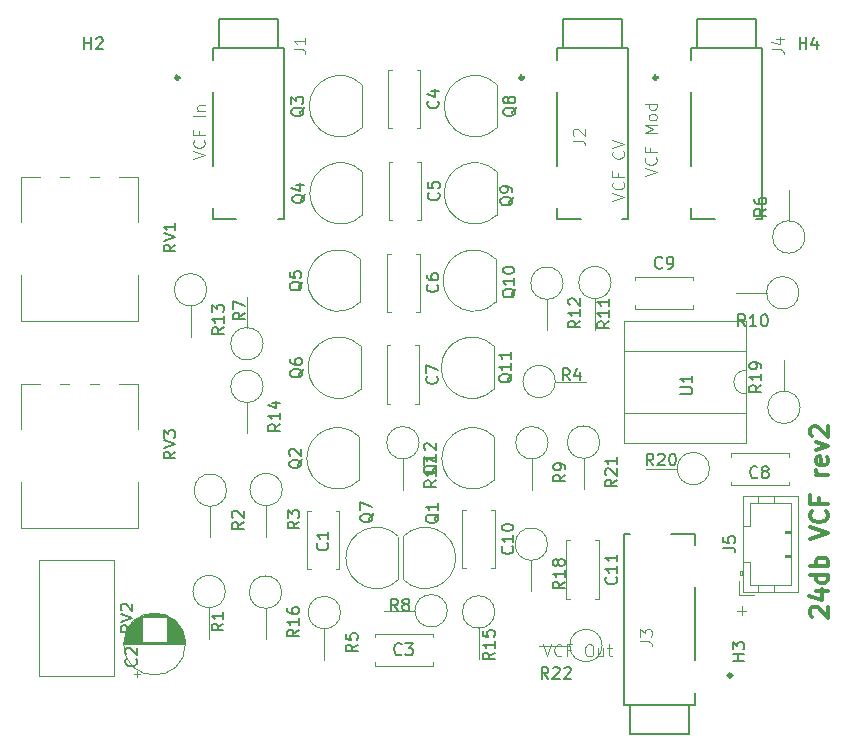
<source format=gbr>
G04 #@! TF.GenerationSoftware,KiCad,Pcbnew,(5.0.1)-rc2*
G04 #@! TF.CreationDate,2019-02-27T00:02:04-05:00*
G04 #@! TF.ProjectId,ladder_filter,6C61646465725F66696C7465722E6B69,rev?*
G04 #@! TF.SameCoordinates,Original*
G04 #@! TF.FileFunction,Legend,Top*
G04 #@! TF.FilePolarity,Positive*
%FSLAX46Y46*%
G04 Gerber Fmt 4.6, Leading zero omitted, Abs format (unit mm)*
G04 Created by KiCad (PCBNEW (5.0.1)-rc2) date 2/27/2019 12:02:04 AM*
%MOMM*%
%LPD*%
G01*
G04 APERTURE LIST*
%ADD10C,0.100000*%
%ADD11C,0.300000*%
%ADD12C,0.120000*%
%ADD13C,0.127000*%
%ADD14C,0.150000*%
%ADD15C,0.050000*%
G04 APERTURE END LIST*
D10*
X195707047Y-80233828D02*
X196468952Y-80233828D01*
X196088000Y-80614780D02*
X196088000Y-79852876D01*
D11*
X202013428Y-80715428D02*
X201942000Y-80644000D01*
X201870571Y-80501142D01*
X201870571Y-80144000D01*
X201942000Y-80001142D01*
X202013428Y-79929714D01*
X202156285Y-79858285D01*
X202299142Y-79858285D01*
X202513428Y-79929714D01*
X203370571Y-80786857D01*
X203370571Y-79858285D01*
X202370571Y-78572571D02*
X203370571Y-78572571D01*
X201799142Y-78929714D02*
X202870571Y-79286857D01*
X202870571Y-78358285D01*
X203370571Y-77144000D02*
X201870571Y-77144000D01*
X203299142Y-77144000D02*
X203370571Y-77286857D01*
X203370571Y-77572571D01*
X203299142Y-77715428D01*
X203227714Y-77786857D01*
X203084857Y-77858285D01*
X202656285Y-77858285D01*
X202513428Y-77786857D01*
X202442000Y-77715428D01*
X202370571Y-77572571D01*
X202370571Y-77286857D01*
X202442000Y-77144000D01*
X203370571Y-76429714D02*
X201870571Y-76429714D01*
X202442000Y-76429714D02*
X202370571Y-76286857D01*
X202370571Y-76001142D01*
X202442000Y-75858285D01*
X202513428Y-75786857D01*
X202656285Y-75715428D01*
X203084857Y-75715428D01*
X203227714Y-75786857D01*
X203299142Y-75858285D01*
X203370571Y-76001142D01*
X203370571Y-76286857D01*
X203299142Y-76429714D01*
X201870571Y-74144000D02*
X203370571Y-73644000D01*
X201870571Y-73144000D01*
X203227714Y-71786857D02*
X203299142Y-71858285D01*
X203370571Y-72072571D01*
X203370571Y-72215428D01*
X203299142Y-72429714D01*
X203156285Y-72572571D01*
X203013428Y-72644000D01*
X202727714Y-72715428D01*
X202513428Y-72715428D01*
X202227714Y-72644000D01*
X202084857Y-72572571D01*
X201942000Y-72429714D01*
X201870571Y-72215428D01*
X201870571Y-72072571D01*
X201942000Y-71858285D01*
X202013428Y-71786857D01*
X202584857Y-70644000D02*
X202584857Y-71144000D01*
X203370571Y-71144000D02*
X201870571Y-71144000D01*
X201870571Y-70429714D01*
X203370571Y-68715428D02*
X202370571Y-68715428D01*
X202656285Y-68715428D02*
X202513428Y-68644000D01*
X202442000Y-68572571D01*
X202370571Y-68429714D01*
X202370571Y-68286857D01*
X203299142Y-67215428D02*
X203370571Y-67358285D01*
X203370571Y-67644000D01*
X203299142Y-67786857D01*
X203156285Y-67858285D01*
X202584857Y-67858285D01*
X202442000Y-67786857D01*
X202370571Y-67644000D01*
X202370571Y-67358285D01*
X202442000Y-67215428D01*
X202584857Y-67144000D01*
X202727714Y-67144000D01*
X202870571Y-67858285D01*
X202370571Y-66644000D02*
X203370571Y-66286857D01*
X202370571Y-65929714D01*
X202013428Y-65429714D02*
X201942000Y-65358285D01*
X201870571Y-65215428D01*
X201870571Y-64858285D01*
X201942000Y-64715428D01*
X202013428Y-64644000D01*
X202156285Y-64572571D01*
X202299142Y-64572571D01*
X202513428Y-64644000D01*
X203370571Y-65501142D01*
X203370571Y-64572571D01*
D12*
G04 #@! TO.C,C1*
X161684600Y-71738000D02*
X161999600Y-71738000D01*
X159259600Y-71738000D02*
X159574600Y-71738000D01*
X161684600Y-76678000D02*
X161999600Y-76678000D01*
X159259600Y-76678000D02*
X159574600Y-76678000D01*
X161999600Y-76678000D02*
X161999600Y-71738000D01*
X159259600Y-76678000D02*
X159259600Y-71738000D01*
G04 #@! TO.C,C2*
X148974800Y-83027200D02*
G75*
G03X148974800Y-83027200I-2620000J0D01*
G01*
X143774800Y-83027200D02*
X148934800Y-83027200D01*
X143774800Y-82987200D02*
X148934800Y-82987200D01*
X143775800Y-82947200D02*
X148933800Y-82947200D01*
X143776800Y-82907200D02*
X148932800Y-82907200D01*
X143778800Y-82867200D02*
X148930800Y-82867200D01*
X143781800Y-82827200D02*
X148927800Y-82827200D01*
X143785800Y-82787200D02*
X145314800Y-82787200D01*
X147394800Y-82787200D02*
X148923800Y-82787200D01*
X143789800Y-82747200D02*
X145314800Y-82747200D01*
X147394800Y-82747200D02*
X148919800Y-82747200D01*
X143793800Y-82707200D02*
X145314800Y-82707200D01*
X147394800Y-82707200D02*
X148915800Y-82707200D01*
X143798800Y-82667200D02*
X145314800Y-82667200D01*
X147394800Y-82667200D02*
X148910800Y-82667200D01*
X143804800Y-82627200D02*
X145314800Y-82627200D01*
X147394800Y-82627200D02*
X148904800Y-82627200D01*
X143811800Y-82587200D02*
X145314800Y-82587200D01*
X147394800Y-82587200D02*
X148897800Y-82587200D01*
X143818800Y-82547200D02*
X145314800Y-82547200D01*
X147394800Y-82547200D02*
X148890800Y-82547200D01*
X143826800Y-82507200D02*
X145314800Y-82507200D01*
X147394800Y-82507200D02*
X148882800Y-82507200D01*
X143834800Y-82467200D02*
X145314800Y-82467200D01*
X147394800Y-82467200D02*
X148874800Y-82467200D01*
X143843800Y-82427200D02*
X145314800Y-82427200D01*
X147394800Y-82427200D02*
X148865800Y-82427200D01*
X143853800Y-82387200D02*
X145314800Y-82387200D01*
X147394800Y-82387200D02*
X148855800Y-82387200D01*
X143863800Y-82347200D02*
X145314800Y-82347200D01*
X147394800Y-82347200D02*
X148845800Y-82347200D01*
X143874800Y-82306200D02*
X145314800Y-82306200D01*
X147394800Y-82306200D02*
X148834800Y-82306200D01*
X143886800Y-82266200D02*
X145314800Y-82266200D01*
X147394800Y-82266200D02*
X148822800Y-82266200D01*
X143899800Y-82226200D02*
X145314800Y-82226200D01*
X147394800Y-82226200D02*
X148809800Y-82226200D01*
X143912800Y-82186200D02*
X145314800Y-82186200D01*
X147394800Y-82186200D02*
X148796800Y-82186200D01*
X143926800Y-82146200D02*
X145314800Y-82146200D01*
X147394800Y-82146200D02*
X148782800Y-82146200D01*
X143940800Y-82106200D02*
X145314800Y-82106200D01*
X147394800Y-82106200D02*
X148768800Y-82106200D01*
X143956800Y-82066200D02*
X145314800Y-82066200D01*
X147394800Y-82066200D02*
X148752800Y-82066200D01*
X143972800Y-82026200D02*
X145314800Y-82026200D01*
X147394800Y-82026200D02*
X148736800Y-82026200D01*
X143989800Y-81986200D02*
X145314800Y-81986200D01*
X147394800Y-81986200D02*
X148719800Y-81986200D01*
X144006800Y-81946200D02*
X145314800Y-81946200D01*
X147394800Y-81946200D02*
X148702800Y-81946200D01*
X144025800Y-81906200D02*
X145314800Y-81906200D01*
X147394800Y-81906200D02*
X148683800Y-81906200D01*
X144044800Y-81866200D02*
X145314800Y-81866200D01*
X147394800Y-81866200D02*
X148664800Y-81866200D01*
X144064800Y-81826200D02*
X145314800Y-81826200D01*
X147394800Y-81826200D02*
X148644800Y-81826200D01*
X144086800Y-81786200D02*
X145314800Y-81786200D01*
X147394800Y-81786200D02*
X148622800Y-81786200D01*
X144107800Y-81746200D02*
X145314800Y-81746200D01*
X147394800Y-81746200D02*
X148601800Y-81746200D01*
X144130800Y-81706200D02*
X145314800Y-81706200D01*
X147394800Y-81706200D02*
X148578800Y-81706200D01*
X144154800Y-81666200D02*
X145314800Y-81666200D01*
X147394800Y-81666200D02*
X148554800Y-81666200D01*
X144179800Y-81626200D02*
X145314800Y-81626200D01*
X147394800Y-81626200D02*
X148529800Y-81626200D01*
X144205800Y-81586200D02*
X145314800Y-81586200D01*
X147394800Y-81586200D02*
X148503800Y-81586200D01*
X144232800Y-81546200D02*
X145314800Y-81546200D01*
X147394800Y-81546200D02*
X148476800Y-81546200D01*
X144259800Y-81506200D02*
X145314800Y-81506200D01*
X147394800Y-81506200D02*
X148449800Y-81506200D01*
X144289800Y-81466200D02*
X145314800Y-81466200D01*
X147394800Y-81466200D02*
X148419800Y-81466200D01*
X144319800Y-81426200D02*
X145314800Y-81426200D01*
X147394800Y-81426200D02*
X148389800Y-81426200D01*
X144350800Y-81386200D02*
X145314800Y-81386200D01*
X147394800Y-81386200D02*
X148358800Y-81386200D01*
X144383800Y-81346200D02*
X145314800Y-81346200D01*
X147394800Y-81346200D02*
X148325800Y-81346200D01*
X144417800Y-81306200D02*
X145314800Y-81306200D01*
X147394800Y-81306200D02*
X148291800Y-81306200D01*
X144453800Y-81266200D02*
X145314800Y-81266200D01*
X147394800Y-81266200D02*
X148255800Y-81266200D01*
X144490800Y-81226200D02*
X145314800Y-81226200D01*
X147394800Y-81226200D02*
X148218800Y-81226200D01*
X144528800Y-81186200D02*
X145314800Y-81186200D01*
X147394800Y-81186200D02*
X148180800Y-81186200D01*
X144569800Y-81146200D02*
X145314800Y-81146200D01*
X147394800Y-81146200D02*
X148139800Y-81146200D01*
X144611800Y-81106200D02*
X145314800Y-81106200D01*
X147394800Y-81106200D02*
X148097800Y-81106200D01*
X144655800Y-81066200D02*
X145314800Y-81066200D01*
X147394800Y-81066200D02*
X148053800Y-81066200D01*
X144701800Y-81026200D02*
X145314800Y-81026200D01*
X147394800Y-81026200D02*
X148007800Y-81026200D01*
X144749800Y-80986200D02*
X145314800Y-80986200D01*
X147394800Y-80986200D02*
X147959800Y-80986200D01*
X144800800Y-80946200D02*
X145314800Y-80946200D01*
X147394800Y-80946200D02*
X147908800Y-80946200D01*
X144854800Y-80906200D02*
X145314800Y-80906200D01*
X147394800Y-80906200D02*
X147854800Y-80906200D01*
X144911800Y-80866200D02*
X145314800Y-80866200D01*
X147394800Y-80866200D02*
X147797800Y-80866200D01*
X144971800Y-80826200D02*
X145314800Y-80826200D01*
X147394800Y-80826200D02*
X147737800Y-80826200D01*
X145035800Y-80786200D02*
X145314800Y-80786200D01*
X147394800Y-80786200D02*
X147673800Y-80786200D01*
X145103800Y-80746200D02*
X145314800Y-80746200D01*
X147394800Y-80746200D02*
X147605800Y-80746200D01*
X145176800Y-80706200D02*
X147532800Y-80706200D01*
X145256800Y-80666200D02*
X147452800Y-80666200D01*
X145343800Y-80626200D02*
X147365800Y-80626200D01*
X145439800Y-80586200D02*
X147269800Y-80586200D01*
X145549800Y-80546200D02*
X147159800Y-80546200D01*
X145677800Y-80506200D02*
X147031800Y-80506200D01*
X145836800Y-80466200D02*
X146872800Y-80466200D01*
X146070800Y-80426200D02*
X146638800Y-80426200D01*
X144879800Y-85831975D02*
X144879800Y-85331975D01*
X144629800Y-85581975D02*
X145129800Y-85581975D01*
G04 #@! TO.C,C3*
X165028400Y-82145200D02*
X169968400Y-82145200D01*
X165028400Y-84885200D02*
X169968400Y-84885200D01*
X165028400Y-82145200D02*
X165028400Y-82460200D01*
X165028400Y-84570200D02*
X165028400Y-84885200D01*
X169968400Y-82145200D02*
X169968400Y-82460200D01*
X169968400Y-84570200D02*
X169968400Y-84885200D01*
G04 #@! TO.C,C4*
X168857600Y-34421600D02*
X168857600Y-39361600D01*
X166117600Y-34421600D02*
X166117600Y-39361600D01*
X168857600Y-34421600D02*
X168542600Y-34421600D01*
X166432600Y-34421600D02*
X166117600Y-34421600D01*
X168857600Y-39361600D02*
X168542600Y-39361600D01*
X166432600Y-39361600D02*
X166117600Y-39361600D01*
G04 #@! TO.C,C5*
X168908400Y-42194000D02*
X168908400Y-47134000D01*
X166168400Y-42194000D02*
X166168400Y-47134000D01*
X168908400Y-42194000D02*
X168593400Y-42194000D01*
X166483400Y-42194000D02*
X166168400Y-42194000D01*
X168908400Y-47134000D02*
X168593400Y-47134000D01*
X166483400Y-47134000D02*
X166168400Y-47134000D01*
G04 #@! TO.C,C6*
X166381800Y-54906400D02*
X166066800Y-54906400D01*
X168806800Y-54906400D02*
X168491800Y-54906400D01*
X166381800Y-49966400D02*
X166066800Y-49966400D01*
X168806800Y-49966400D02*
X168491800Y-49966400D01*
X166066800Y-49966400D02*
X166066800Y-54906400D01*
X168806800Y-49966400D02*
X168806800Y-54906400D01*
G04 #@! TO.C,C7*
X166331000Y-62678800D02*
X166016000Y-62678800D01*
X168756000Y-62678800D02*
X168441000Y-62678800D01*
X166331000Y-57738800D02*
X166016000Y-57738800D01*
X168756000Y-57738800D02*
X168441000Y-57738800D01*
X166016000Y-57738800D02*
X166016000Y-62678800D01*
X168756000Y-57738800D02*
X168756000Y-62678800D01*
G04 #@! TO.C,C8*
X200071200Y-69594400D02*
X195131200Y-69594400D01*
X200071200Y-66854400D02*
X195131200Y-66854400D01*
X200071200Y-69594400D02*
X200071200Y-69279400D01*
X200071200Y-67169400D02*
X200071200Y-66854400D01*
X195131200Y-69594400D02*
X195131200Y-69279400D01*
X195131200Y-67169400D02*
X195131200Y-66854400D01*
G04 #@! TO.C,C9*
X191964800Y-54344200D02*
X191964800Y-54659200D01*
X191964800Y-51919200D02*
X191964800Y-52234200D01*
X187024800Y-54344200D02*
X187024800Y-54659200D01*
X187024800Y-51919200D02*
X187024800Y-52234200D01*
X187024800Y-54659200D02*
X191964800Y-54659200D01*
X187024800Y-51919200D02*
X191964800Y-51919200D01*
G04 #@! TO.C,C10*
X172731800Y-76598000D02*
X172416800Y-76598000D01*
X175156800Y-76598000D02*
X174841800Y-76598000D01*
X172731800Y-71658000D02*
X172416800Y-71658000D01*
X175156800Y-71658000D02*
X174841800Y-71658000D01*
X172416800Y-71658000D02*
X172416800Y-76598000D01*
X175156800Y-71658000D02*
X175156800Y-76598000D01*
G04 #@! TO.C,C11*
X183945200Y-74248800D02*
X183945200Y-79188800D01*
X181205200Y-74248800D02*
X181205200Y-79188800D01*
X183945200Y-74248800D02*
X183630200Y-74248800D01*
X181520200Y-74248800D02*
X181205200Y-74248800D01*
X183945200Y-79188800D02*
X183630200Y-79188800D01*
X181520200Y-79188800D02*
X181205200Y-79188800D01*
D13*
G04 #@! TO.C,J1*
X151279600Y-36327200D02*
X151279600Y-42577200D01*
X151279600Y-47077200D02*
X151279600Y-46077200D01*
X153279600Y-47077200D02*
X151279600Y-47077200D01*
X157279600Y-47077200D02*
X156779600Y-47077200D01*
X157279600Y-32577200D02*
X157279600Y-47077200D01*
X151779600Y-32577200D02*
X157279600Y-32577200D01*
X151279600Y-32577200D02*
X151279600Y-33577200D01*
X151779600Y-32577200D02*
X151279600Y-32577200D01*
X151779600Y-30077200D02*
X151779600Y-32577200D01*
X156779600Y-30077200D02*
X151779600Y-30077200D01*
X156779600Y-32577200D02*
X156779600Y-30077200D01*
D11*
X148429600Y-35077200D02*
G75*
G03X148429600Y-35077200I-150000J0D01*
G01*
G04 #@! TO.C,J2*
X177588800Y-35077200D02*
G75*
G03X177588800Y-35077200I-150000J0D01*
G01*
D13*
X185938800Y-32577200D02*
X185938800Y-30077200D01*
X185938800Y-30077200D02*
X180938800Y-30077200D01*
X180938800Y-30077200D02*
X180938800Y-32577200D01*
X180938800Y-32577200D02*
X180438800Y-32577200D01*
X180438800Y-32577200D02*
X180438800Y-33577200D01*
X180938800Y-32577200D02*
X186438800Y-32577200D01*
X186438800Y-32577200D02*
X186438800Y-47077200D01*
X186438800Y-47077200D02*
X185938800Y-47077200D01*
X182438800Y-47077200D02*
X180438800Y-47077200D01*
X180438800Y-47077200D02*
X180438800Y-46077200D01*
X180438800Y-36327200D02*
X180438800Y-42577200D01*
G04 #@! TO.C,J3*
X192077600Y-84424400D02*
X192077600Y-78174400D01*
X192077600Y-73674400D02*
X192077600Y-74674400D01*
X190077600Y-73674400D02*
X192077600Y-73674400D01*
X186077600Y-73674400D02*
X186577600Y-73674400D01*
X186077600Y-88174400D02*
X186077600Y-73674400D01*
X191577600Y-88174400D02*
X186077600Y-88174400D01*
X192077600Y-88174400D02*
X192077600Y-87174400D01*
X191577600Y-88174400D02*
X192077600Y-88174400D01*
X191577600Y-90674400D02*
X191577600Y-88174400D01*
X186577600Y-90674400D02*
X191577600Y-90674400D01*
X186577600Y-88174400D02*
X186577600Y-90674400D01*
D11*
X195227600Y-85674400D02*
G75*
G03X195227600Y-85674400I-150000J0D01*
G01*
G04 #@! TO.C,J4*
X188917200Y-35077200D02*
G75*
G03X188917200Y-35077200I-150000J0D01*
G01*
D13*
X197267200Y-32577200D02*
X197267200Y-30077200D01*
X197267200Y-30077200D02*
X192267200Y-30077200D01*
X192267200Y-30077200D02*
X192267200Y-32577200D01*
X192267200Y-32577200D02*
X191767200Y-32577200D01*
X191767200Y-32577200D02*
X191767200Y-33577200D01*
X192267200Y-32577200D02*
X197767200Y-32577200D01*
X197767200Y-32577200D02*
X197767200Y-47077200D01*
X197767200Y-47077200D02*
X197267200Y-47077200D01*
X193767200Y-47077200D02*
X191767200Y-47077200D01*
X191767200Y-47077200D02*
X191767200Y-46077200D01*
X191767200Y-36327200D02*
X191767200Y-42577200D01*
D12*
G04 #@! TO.C,J5*
X196157600Y-78615600D02*
X200877600Y-78615600D01*
X200877600Y-78615600D02*
X200877600Y-70495600D01*
X200877600Y-70495600D02*
X196157600Y-70495600D01*
X196157600Y-70495600D02*
X196157600Y-78615600D01*
X196157600Y-76855600D02*
X195957600Y-76855600D01*
X195957600Y-76855600D02*
X195957600Y-77155600D01*
X195957600Y-77155600D02*
X196157600Y-77155600D01*
X196057600Y-76855600D02*
X196057600Y-77155600D01*
X196157600Y-76055600D02*
X196767600Y-76055600D01*
X196767600Y-76055600D02*
X196767600Y-78005600D01*
X196767600Y-78005600D02*
X200267600Y-78005600D01*
X200267600Y-78005600D02*
X200267600Y-71105600D01*
X200267600Y-71105600D02*
X196767600Y-71105600D01*
X196767600Y-71105600D02*
X196767600Y-73055600D01*
X196767600Y-73055600D02*
X196157600Y-73055600D01*
X197467600Y-78615600D02*
X197467600Y-78005600D01*
X198767600Y-78615600D02*
X198767600Y-78005600D01*
X197467600Y-70495600D02*
X197467600Y-71105600D01*
X198767600Y-70495600D02*
X198767600Y-71105600D01*
X200267600Y-75655600D02*
X199767600Y-75655600D01*
X199767600Y-75655600D02*
X199767600Y-75455600D01*
X199767600Y-75455600D02*
X200267600Y-75455600D01*
X200267600Y-75555600D02*
X199767600Y-75555600D01*
X200267600Y-73655600D02*
X199767600Y-73655600D01*
X199767600Y-73655600D02*
X199767600Y-73455600D01*
X199767600Y-73455600D02*
X200267600Y-73455600D01*
X200267600Y-73555600D02*
X199767600Y-73555600D01*
X195857600Y-77665600D02*
X195857600Y-78915600D01*
X195857600Y-78915600D02*
X197107600Y-78915600D01*
G04 #@! TO.C,Q1*
X167415600Y-73942800D02*
X167415600Y-77542800D01*
X167427122Y-73904322D02*
G75*
G02X171865600Y-75742800I1838478J-1838478D01*
G01*
X167427122Y-77581278D02*
G75*
G03X171865600Y-75742800I1838478J1838478D01*
G01*
G04 #@! TO.C,Q2*
X163698800Y-69110000D02*
X163698800Y-65510000D01*
X163687278Y-69148478D02*
G75*
G02X159248800Y-67310000I-1838478J1838478D01*
G01*
X163687278Y-65471522D02*
G75*
G03X159248800Y-67310000I-1838478J-1838478D01*
G01*
G04 #@! TO.C,Q3*
X163890478Y-35651922D02*
G75*
G03X159452000Y-37490400I-1838478J-1838478D01*
G01*
X163890478Y-39328878D02*
G75*
G02X159452000Y-37490400I-1838478J1838478D01*
G01*
X163902000Y-39290400D02*
X163902000Y-35690400D01*
G04 #@! TO.C,Q4*
X163952800Y-46673333D02*
X163952800Y-43073333D01*
X163941278Y-46711811D02*
G75*
G02X159502800Y-44873333I-1838478J1838478D01*
G01*
X163941278Y-43034855D02*
G75*
G03X159502800Y-44873333I-1838478J-1838478D01*
G01*
G04 #@! TO.C,Q5*
X163749600Y-54056266D02*
X163749600Y-50456266D01*
X163738078Y-54094744D02*
G75*
G02X159299600Y-52256266I-1838478J1838478D01*
G01*
X163738078Y-50417788D02*
G75*
G03X159299600Y-52256266I-1838478J-1838478D01*
G01*
G04 #@! TO.C,Q6*
X163788878Y-57800722D02*
G75*
G03X159350400Y-59639200I-1838478J-1838478D01*
G01*
X163788878Y-61477678D02*
G75*
G02X159350400Y-59639200I-1838478J1838478D01*
G01*
X163800400Y-61439200D02*
X163800400Y-57839200D01*
G04 #@! TO.C,Q7*
X166989278Y-73904322D02*
G75*
G03X162550800Y-75742800I-1838478J-1838478D01*
G01*
X166989278Y-77581278D02*
G75*
G02X162550800Y-75742800I-1838478J1838478D01*
G01*
X167000800Y-77542800D02*
X167000800Y-73942800D01*
G04 #@! TO.C,Q8*
X175332000Y-39290400D02*
X175332000Y-35690400D01*
X175320478Y-39328878D02*
G75*
G02X170882000Y-37490400I-1838478J1838478D01*
G01*
X175320478Y-35651922D02*
G75*
G03X170882000Y-37490400I-1838478J-1838478D01*
G01*
G04 #@! TO.C,Q9*
X175320478Y-43034855D02*
G75*
G03X170882000Y-44873333I-1838478J-1838478D01*
G01*
X175320478Y-46711811D02*
G75*
G02X170882000Y-44873333I-1838478J1838478D01*
G01*
X175332000Y-46673333D02*
X175332000Y-43073333D01*
G04 #@! TO.C,Q10*
X175218878Y-50417788D02*
G75*
G03X170780400Y-52256266I-1838478J-1838478D01*
G01*
X175218878Y-54094744D02*
G75*
G02X170780400Y-52256266I-1838478J1838478D01*
G01*
X175230400Y-54056266D02*
X175230400Y-50456266D01*
G04 #@! TO.C,Q11*
X175078000Y-61439200D02*
X175078000Y-57839200D01*
X175066478Y-61477678D02*
G75*
G02X170628000Y-59639200I-1838478J1838478D01*
G01*
X175066478Y-57800722D02*
G75*
G03X170628000Y-59639200I-1838478J-1838478D01*
G01*
G04 #@! TO.C,Q12*
X175117278Y-65471522D02*
G75*
G03X170678800Y-67310000I-1838478J-1838478D01*
G01*
X175117278Y-69148478D02*
G75*
G02X170678800Y-67310000I-1838478J1838478D01*
G01*
X175128800Y-69110000D02*
X175128800Y-65510000D01*
G04 #@! TO.C,R1*
X150977600Y-79957600D02*
X150977600Y-82567600D01*
X152347600Y-78587600D02*
G75*
G03X152347600Y-78587600I-1370000J0D01*
G01*
G04 #@! TO.C,R2*
X152449200Y-70002400D02*
G75*
G03X152449200Y-70002400I-1370000J0D01*
G01*
X151079200Y-71372400D02*
X151079200Y-73982400D01*
G04 #@! TO.C,R3*
X157173600Y-69951600D02*
G75*
G03X157173600Y-69951600I-1370000J0D01*
G01*
X155803600Y-71321600D02*
X155803600Y-73931600D01*
G04 #@! TO.C,R4*
X180287600Y-60807600D02*
X182897600Y-60807600D01*
X180287600Y-60807600D02*
G75*
G03X180287600Y-60807600I-1370000J0D01*
G01*
G04 #@! TO.C,R5*
X160731200Y-81735600D02*
X160731200Y-84345600D01*
X162101200Y-80365600D02*
G75*
G03X162101200Y-80365600I-1370000J0D01*
G01*
G04 #@! TO.C,R6*
X201420400Y-48564800D02*
G75*
G03X201420400Y-48564800I-1370000J0D01*
G01*
X200050400Y-47194800D02*
X200050400Y-44584800D01*
G04 #@! TO.C,R7*
X154178000Y-56237200D02*
X154178000Y-53627200D01*
X155548000Y-57607200D02*
G75*
G03X155548000Y-57607200I-1370000J0D01*
G01*
G04 #@! TO.C,R8*
X171143600Y-80213200D02*
G75*
G03X171143600Y-80213200I-1370000J0D01*
G01*
X168403600Y-80213200D02*
X165793600Y-80213200D01*
G04 #@! TO.C,R9*
X178308000Y-67359200D02*
X178308000Y-69969200D01*
X179678000Y-65989200D02*
G75*
G03X179678000Y-65989200I-1370000J0D01*
G01*
G04 #@! TO.C,R10*
X198172400Y-53289200D02*
X195562400Y-53289200D01*
X200912400Y-53289200D02*
G75*
G03X200912400Y-53289200I-1370000J0D01*
G01*
G04 #@! TO.C,R11*
X185012000Y-52425600D02*
G75*
G03X185012000Y-52425600I-1370000J0D01*
G01*
X183642000Y-53795600D02*
X183642000Y-56405600D01*
G04 #@! TO.C,R12*
X179578000Y-53846400D02*
X179578000Y-56456400D01*
X180948000Y-52476400D02*
G75*
G03X180948000Y-52476400I-1370000J0D01*
G01*
G04 #@! TO.C,R13*
X150772800Y-53035200D02*
G75*
G03X150772800Y-53035200I-1370000J0D01*
G01*
X149402800Y-54405200D02*
X149402800Y-57015200D01*
G04 #@! TO.C,R14*
X154178000Y-62584000D02*
X154178000Y-65194000D01*
X155548000Y-61214000D02*
G75*
G03X155548000Y-61214000I-1370000J0D01*
G01*
G04 #@! TO.C,R15*
X175156800Y-80314800D02*
G75*
G03X175156800Y-80314800I-1370000J0D01*
G01*
X173786800Y-81684800D02*
X173786800Y-84294800D01*
G04 #@! TO.C,R16*
X155752800Y-80008400D02*
X155752800Y-82618400D01*
X157122800Y-78638400D02*
G75*
G03X157122800Y-78638400I-1370000J0D01*
G01*
G04 #@! TO.C,R17*
X168756000Y-65989200D02*
G75*
G03X168756000Y-65989200I-1370000J0D01*
G01*
X167386000Y-67359200D02*
X167386000Y-69969200D01*
G04 #@! TO.C,R18*
X178257200Y-75944400D02*
X178257200Y-78554400D01*
X179627200Y-74574400D02*
G75*
G03X179627200Y-74574400I-1370000J0D01*
G01*
G04 #@! TO.C,R19*
X201014000Y-62992000D02*
G75*
G03X201014000Y-62992000I-1370000J0D01*
G01*
X199644000Y-61622000D02*
X199644000Y-59012000D01*
G04 #@! TO.C,R20*
X190603200Y-68173600D02*
X187993200Y-68173600D01*
X193343200Y-68173600D02*
G75*
G03X193343200Y-68173600I-1370000J0D01*
G01*
G04 #@! TO.C,R21*
X184046800Y-65938400D02*
G75*
G03X184046800Y-65938400I-1370000J0D01*
G01*
X182676800Y-67308400D02*
X182676800Y-69918400D01*
G04 #@! TO.C,R22*
X184250000Y-83159600D02*
G75*
G03X184250000Y-83159600I-1370000J0D01*
G01*
X181510000Y-83159600D02*
X178900000Y-83159600D01*
G04 #@! TO.C,RV1*
X144985600Y-43450400D02*
X144985600Y-47315400D01*
X144985600Y-51825400D02*
X144985600Y-55690400D01*
X135045600Y-43450400D02*
X135045600Y-47315400D01*
X135045600Y-51825400D02*
X135045600Y-55690400D01*
X144985600Y-43450400D02*
X143386600Y-43450400D01*
X141644600Y-43450400D02*
X140885600Y-43450400D01*
X139144600Y-43450400D02*
X138385600Y-43450400D01*
X136645600Y-43450400D02*
X135045600Y-43450400D01*
X144985600Y-55690400D02*
X135045600Y-55690400D01*
G04 #@! TO.C,RV2*
X142898400Y-75937800D02*
X142898400Y-85707800D01*
X136558400Y-75937800D02*
X136558400Y-85707800D01*
X142898400Y-75937800D02*
X136558400Y-75937800D01*
X142898400Y-85707800D02*
X136558400Y-85707800D01*
G04 #@! TO.C,RV3*
X144985600Y-73216400D02*
X135045600Y-73216400D01*
X136645600Y-60976400D02*
X135045600Y-60976400D01*
X139144600Y-60976400D02*
X138385600Y-60976400D01*
X141644600Y-60976400D02*
X140885600Y-60976400D01*
X144985600Y-60976400D02*
X143386600Y-60976400D01*
X135045600Y-69351400D02*
X135045600Y-73216400D01*
X135045600Y-60976400D02*
X135045600Y-64841400D01*
X144985600Y-69351400D02*
X144985600Y-73216400D01*
X144985600Y-60976400D02*
X144985600Y-64841400D01*
G04 #@! TO.C,U1*
X196402000Y-61858400D02*
G75*
G02X196402000Y-59858400I0J1000000D01*
G01*
X196402000Y-59858400D02*
X196402000Y-58208400D01*
X196402000Y-58208400D02*
X186122000Y-58208400D01*
X186122000Y-58208400D02*
X186122000Y-63508400D01*
X186122000Y-63508400D02*
X196402000Y-63508400D01*
X196402000Y-63508400D02*
X196402000Y-61858400D01*
X196462000Y-55718400D02*
X186062000Y-55718400D01*
X186062000Y-55718400D02*
X186062000Y-65998400D01*
X186062000Y-65998400D02*
X196462000Y-65998400D01*
X196462000Y-65998400D02*
X196462000Y-55718400D01*
G04 #@! TO.C,C1*
D14*
X160986742Y-74487066D02*
X161034361Y-74534685D01*
X161081980Y-74677542D01*
X161081980Y-74772780D01*
X161034361Y-74915638D01*
X160939123Y-75010876D01*
X160843885Y-75058495D01*
X160653409Y-75106114D01*
X160510552Y-75106114D01*
X160320076Y-75058495D01*
X160224838Y-75010876D01*
X160129600Y-74915638D01*
X160081980Y-74772780D01*
X160081980Y-74677542D01*
X160129600Y-74534685D01*
X160177219Y-74487066D01*
X161081980Y-73534685D02*
X161081980Y-74106114D01*
X161081980Y-73820400D02*
X160081980Y-73820400D01*
X160224838Y-73915638D01*
X160320076Y-74010876D01*
X160367695Y-74106114D01*
G04 #@! TO.C,C2*
X144781542Y-84291466D02*
X144829161Y-84339085D01*
X144876780Y-84481942D01*
X144876780Y-84577180D01*
X144829161Y-84720038D01*
X144733923Y-84815276D01*
X144638685Y-84862895D01*
X144448209Y-84910514D01*
X144305352Y-84910514D01*
X144114876Y-84862895D01*
X144019638Y-84815276D01*
X143924400Y-84720038D01*
X143876780Y-84577180D01*
X143876780Y-84481942D01*
X143924400Y-84339085D01*
X143972019Y-84291466D01*
X143972019Y-83910514D02*
X143924400Y-83862895D01*
X143876780Y-83767657D01*
X143876780Y-83529561D01*
X143924400Y-83434323D01*
X143972019Y-83386704D01*
X144067257Y-83339085D01*
X144162495Y-83339085D01*
X144305352Y-83386704D01*
X144876780Y-83958133D01*
X144876780Y-83339085D01*
G04 #@! TO.C,C3*
X167270133Y-83872342D02*
X167222514Y-83919961D01*
X167079657Y-83967580D01*
X166984419Y-83967580D01*
X166841561Y-83919961D01*
X166746323Y-83824723D01*
X166698704Y-83729485D01*
X166651085Y-83539009D01*
X166651085Y-83396152D01*
X166698704Y-83205676D01*
X166746323Y-83110438D01*
X166841561Y-83015200D01*
X166984419Y-82967580D01*
X167079657Y-82967580D01*
X167222514Y-83015200D01*
X167270133Y-83062819D01*
X167603466Y-82967580D02*
X168222514Y-82967580D01*
X167889180Y-83348533D01*
X168032038Y-83348533D01*
X168127276Y-83396152D01*
X168174895Y-83443771D01*
X168222514Y-83539009D01*
X168222514Y-83777104D01*
X168174895Y-83872342D01*
X168127276Y-83919961D01*
X168032038Y-83967580D01*
X167746323Y-83967580D01*
X167651085Y-83919961D01*
X167603466Y-83872342D01*
G04 #@! TO.C,C4*
X170344742Y-37058266D02*
X170392361Y-37105885D01*
X170439980Y-37248742D01*
X170439980Y-37343980D01*
X170392361Y-37486838D01*
X170297123Y-37582076D01*
X170201885Y-37629695D01*
X170011409Y-37677314D01*
X169868552Y-37677314D01*
X169678076Y-37629695D01*
X169582838Y-37582076D01*
X169487600Y-37486838D01*
X169439980Y-37343980D01*
X169439980Y-37248742D01*
X169487600Y-37105885D01*
X169535219Y-37058266D01*
X169773314Y-36201123D02*
X170439980Y-36201123D01*
X169392361Y-36439219D02*
X170106647Y-36677314D01*
X170106647Y-36058266D01*
G04 #@! TO.C,C5*
X170395542Y-44830666D02*
X170443161Y-44878285D01*
X170490780Y-45021142D01*
X170490780Y-45116380D01*
X170443161Y-45259238D01*
X170347923Y-45354476D01*
X170252685Y-45402095D01*
X170062209Y-45449714D01*
X169919352Y-45449714D01*
X169728876Y-45402095D01*
X169633638Y-45354476D01*
X169538400Y-45259238D01*
X169490780Y-45116380D01*
X169490780Y-45021142D01*
X169538400Y-44878285D01*
X169586019Y-44830666D01*
X169490780Y-43925904D02*
X169490780Y-44402095D01*
X169966971Y-44449714D01*
X169919352Y-44402095D01*
X169871733Y-44306857D01*
X169871733Y-44068761D01*
X169919352Y-43973523D01*
X169966971Y-43925904D01*
X170062209Y-43878285D01*
X170300304Y-43878285D01*
X170395542Y-43925904D01*
X170443161Y-43973523D01*
X170490780Y-44068761D01*
X170490780Y-44306857D01*
X170443161Y-44402095D01*
X170395542Y-44449714D01*
G04 #@! TO.C,C6*
X170293942Y-52603066D02*
X170341561Y-52650685D01*
X170389180Y-52793542D01*
X170389180Y-52888780D01*
X170341561Y-53031638D01*
X170246323Y-53126876D01*
X170151085Y-53174495D01*
X169960609Y-53222114D01*
X169817752Y-53222114D01*
X169627276Y-53174495D01*
X169532038Y-53126876D01*
X169436800Y-53031638D01*
X169389180Y-52888780D01*
X169389180Y-52793542D01*
X169436800Y-52650685D01*
X169484419Y-52603066D01*
X169389180Y-51745923D02*
X169389180Y-51936400D01*
X169436800Y-52031638D01*
X169484419Y-52079257D01*
X169627276Y-52174495D01*
X169817752Y-52222114D01*
X170198704Y-52222114D01*
X170293942Y-52174495D01*
X170341561Y-52126876D01*
X170389180Y-52031638D01*
X170389180Y-51841161D01*
X170341561Y-51745923D01*
X170293942Y-51698304D01*
X170198704Y-51650685D01*
X169960609Y-51650685D01*
X169865371Y-51698304D01*
X169817752Y-51745923D01*
X169770133Y-51841161D01*
X169770133Y-52031638D01*
X169817752Y-52126876D01*
X169865371Y-52174495D01*
X169960609Y-52222114D01*
G04 #@! TO.C,C7*
X170243142Y-60375466D02*
X170290761Y-60423085D01*
X170338380Y-60565942D01*
X170338380Y-60661180D01*
X170290761Y-60804038D01*
X170195523Y-60899276D01*
X170100285Y-60946895D01*
X169909809Y-60994514D01*
X169766952Y-60994514D01*
X169576476Y-60946895D01*
X169481238Y-60899276D01*
X169386000Y-60804038D01*
X169338380Y-60661180D01*
X169338380Y-60565942D01*
X169386000Y-60423085D01*
X169433619Y-60375466D01*
X169338380Y-60042133D02*
X169338380Y-59375466D01*
X170338380Y-59804038D01*
G04 #@! TO.C,C8*
X197394533Y-68886342D02*
X197346914Y-68933961D01*
X197204057Y-68981580D01*
X197108819Y-68981580D01*
X196965961Y-68933961D01*
X196870723Y-68838723D01*
X196823104Y-68743485D01*
X196775485Y-68553009D01*
X196775485Y-68410152D01*
X196823104Y-68219676D01*
X196870723Y-68124438D01*
X196965961Y-68029200D01*
X197108819Y-67981580D01*
X197204057Y-67981580D01*
X197346914Y-68029200D01*
X197394533Y-68076819D01*
X197965961Y-68410152D02*
X197870723Y-68362533D01*
X197823104Y-68314914D01*
X197775485Y-68219676D01*
X197775485Y-68172057D01*
X197823104Y-68076819D01*
X197870723Y-68029200D01*
X197965961Y-67981580D01*
X198156438Y-67981580D01*
X198251676Y-68029200D01*
X198299295Y-68076819D01*
X198346914Y-68172057D01*
X198346914Y-68219676D01*
X198299295Y-68314914D01*
X198251676Y-68362533D01*
X198156438Y-68410152D01*
X197965961Y-68410152D01*
X197870723Y-68457771D01*
X197823104Y-68505390D01*
X197775485Y-68600628D01*
X197775485Y-68791104D01*
X197823104Y-68886342D01*
X197870723Y-68933961D01*
X197965961Y-68981580D01*
X198156438Y-68981580D01*
X198251676Y-68933961D01*
X198299295Y-68886342D01*
X198346914Y-68791104D01*
X198346914Y-68600628D01*
X198299295Y-68505390D01*
X198251676Y-68457771D01*
X198156438Y-68410152D01*
G04 #@! TO.C,C9*
X189328133Y-51146342D02*
X189280514Y-51193961D01*
X189137657Y-51241580D01*
X189042419Y-51241580D01*
X188899561Y-51193961D01*
X188804323Y-51098723D01*
X188756704Y-51003485D01*
X188709085Y-50813009D01*
X188709085Y-50670152D01*
X188756704Y-50479676D01*
X188804323Y-50384438D01*
X188899561Y-50289200D01*
X189042419Y-50241580D01*
X189137657Y-50241580D01*
X189280514Y-50289200D01*
X189328133Y-50336819D01*
X189804323Y-51241580D02*
X189994800Y-51241580D01*
X190090038Y-51193961D01*
X190137657Y-51146342D01*
X190232895Y-51003485D01*
X190280514Y-50813009D01*
X190280514Y-50432057D01*
X190232895Y-50336819D01*
X190185276Y-50289200D01*
X190090038Y-50241580D01*
X189899561Y-50241580D01*
X189804323Y-50289200D01*
X189756704Y-50336819D01*
X189709085Y-50432057D01*
X189709085Y-50670152D01*
X189756704Y-50765390D01*
X189804323Y-50813009D01*
X189899561Y-50860628D01*
X190090038Y-50860628D01*
X190185276Y-50813009D01*
X190232895Y-50765390D01*
X190280514Y-50670152D01*
G04 #@! TO.C,C10*
X176643942Y-74770857D02*
X176691561Y-74818476D01*
X176739180Y-74961333D01*
X176739180Y-75056571D01*
X176691561Y-75199428D01*
X176596323Y-75294666D01*
X176501085Y-75342285D01*
X176310609Y-75389904D01*
X176167752Y-75389904D01*
X175977276Y-75342285D01*
X175882038Y-75294666D01*
X175786800Y-75199428D01*
X175739180Y-75056571D01*
X175739180Y-74961333D01*
X175786800Y-74818476D01*
X175834419Y-74770857D01*
X176739180Y-73818476D02*
X176739180Y-74389904D01*
X176739180Y-74104190D02*
X175739180Y-74104190D01*
X175882038Y-74199428D01*
X175977276Y-74294666D01*
X176024895Y-74389904D01*
X175739180Y-73199428D02*
X175739180Y-73104190D01*
X175786800Y-73008952D01*
X175834419Y-72961333D01*
X175929657Y-72913714D01*
X176120133Y-72866095D01*
X176358228Y-72866095D01*
X176548704Y-72913714D01*
X176643942Y-72961333D01*
X176691561Y-73008952D01*
X176739180Y-73104190D01*
X176739180Y-73199428D01*
X176691561Y-73294666D01*
X176643942Y-73342285D01*
X176548704Y-73389904D01*
X176358228Y-73437523D01*
X176120133Y-73437523D01*
X175929657Y-73389904D01*
X175834419Y-73342285D01*
X175786800Y-73294666D01*
X175739180Y-73199428D01*
G04 #@! TO.C,C11*
X185432342Y-77361657D02*
X185479961Y-77409276D01*
X185527580Y-77552133D01*
X185527580Y-77647371D01*
X185479961Y-77790228D01*
X185384723Y-77885466D01*
X185289485Y-77933085D01*
X185099009Y-77980704D01*
X184956152Y-77980704D01*
X184765676Y-77933085D01*
X184670438Y-77885466D01*
X184575200Y-77790228D01*
X184527580Y-77647371D01*
X184527580Y-77552133D01*
X184575200Y-77409276D01*
X184622819Y-77361657D01*
X185527580Y-76409276D02*
X185527580Y-76980704D01*
X185527580Y-76694990D02*
X184527580Y-76694990D01*
X184670438Y-76790228D01*
X184765676Y-76885466D01*
X184813295Y-76980704D01*
X185527580Y-75456895D02*
X185527580Y-76028323D01*
X185527580Y-75742609D02*
X184527580Y-75742609D01*
X184670438Y-75837847D01*
X184765676Y-75933085D01*
X184813295Y-76028323D01*
G04 #@! TO.C,H2*
X140411295Y-32670380D02*
X140411295Y-31670380D01*
X140411295Y-32146571D02*
X140982723Y-32146571D01*
X140982723Y-32670380D02*
X140982723Y-31670380D01*
X141411295Y-31765619D02*
X141458914Y-31718000D01*
X141554152Y-31670380D01*
X141792247Y-31670380D01*
X141887485Y-31718000D01*
X141935104Y-31765619D01*
X141982723Y-31860857D01*
X141982723Y-31956095D01*
X141935104Y-32098952D01*
X141363676Y-32670380D01*
X141982723Y-32670380D01*
G04 #@! TO.C,H3*
X196297180Y-84429504D02*
X195297180Y-84429504D01*
X195773371Y-84429504D02*
X195773371Y-83858076D01*
X196297180Y-83858076D02*
X195297180Y-83858076D01*
X195297180Y-83477123D02*
X195297180Y-82858076D01*
X195678133Y-83191409D01*
X195678133Y-83048552D01*
X195725752Y-82953314D01*
X195773371Y-82905695D01*
X195868609Y-82858076D01*
X196106704Y-82858076D01*
X196201942Y-82905695D01*
X196249561Y-82953314D01*
X196297180Y-83048552D01*
X196297180Y-83334266D01*
X196249561Y-83429504D01*
X196201942Y-83477123D01*
G04 #@! TO.C,H4*
X200964895Y-32670380D02*
X200964895Y-31670380D01*
X200964895Y-32146571D02*
X201536323Y-32146571D01*
X201536323Y-32670380D02*
X201536323Y-31670380D01*
X202441085Y-32003714D02*
X202441085Y-32670380D01*
X202202990Y-31622761D02*
X201964895Y-32337047D01*
X202583942Y-32337047D01*
G04 #@! TO.C,J1*
D15*
X158124438Y-32686720D02*
X158840110Y-32686720D01*
X158983244Y-32734431D01*
X159078667Y-32829854D01*
X159126378Y-32972988D01*
X159126378Y-33068411D01*
X159126378Y-31684780D02*
X159126378Y-32257317D01*
X159126378Y-31971048D02*
X158124438Y-31971048D01*
X158267572Y-32066471D01*
X158362995Y-32161894D01*
X158410707Y-32257317D01*
X149617093Y-41957706D02*
X150617253Y-41624320D01*
X149617093Y-41290933D01*
X150522000Y-40386026D02*
X150569626Y-40433653D01*
X150617253Y-40576533D01*
X150617253Y-40671786D01*
X150569626Y-40814666D01*
X150474373Y-40909920D01*
X150379120Y-40957546D01*
X150188613Y-41005173D01*
X150045733Y-41005173D01*
X149855226Y-40957546D01*
X149759973Y-40909920D01*
X149664720Y-40814666D01*
X149617093Y-40671786D01*
X149617093Y-40576533D01*
X149664720Y-40433653D01*
X149712346Y-40386026D01*
X150093360Y-39624000D02*
X150093360Y-39957386D01*
X150617253Y-39957386D02*
X149617093Y-39957386D01*
X149617093Y-39481120D01*
X150617253Y-38338080D02*
X149617093Y-38338080D01*
X149950480Y-37861813D02*
X150617253Y-37861813D01*
X150045733Y-37861813D02*
X149998106Y-37814186D01*
X149950480Y-37718933D01*
X149950480Y-37576053D01*
X149998106Y-37480800D01*
X150093360Y-37433173D01*
X150617253Y-37433173D01*
G04 #@! TO.C,J2*
X181772518Y-40415180D02*
X182488190Y-40415180D01*
X182631324Y-40462891D01*
X182726747Y-40558314D01*
X182774458Y-40701448D01*
X182774458Y-40796871D01*
X181867941Y-39985777D02*
X181820230Y-39938065D01*
X181772518Y-39842642D01*
X181772518Y-39604085D01*
X181820230Y-39508662D01*
X181867941Y-39460951D01*
X181963364Y-39413240D01*
X182058787Y-39413240D01*
X182201921Y-39460951D01*
X182774458Y-40033488D01*
X182774458Y-39413240D01*
X185126293Y-45497840D02*
X186126453Y-45164453D01*
X185126293Y-44831066D01*
X186031200Y-43926160D02*
X186078826Y-43973786D01*
X186126453Y-44116666D01*
X186126453Y-44211920D01*
X186078826Y-44354800D01*
X185983573Y-44450053D01*
X185888320Y-44497680D01*
X185697813Y-44545306D01*
X185554933Y-44545306D01*
X185364426Y-44497680D01*
X185269173Y-44450053D01*
X185173920Y-44354800D01*
X185126293Y-44211920D01*
X185126293Y-44116666D01*
X185173920Y-43973786D01*
X185221546Y-43926160D01*
X185602560Y-43164133D02*
X185602560Y-43497520D01*
X186126453Y-43497520D02*
X185126293Y-43497520D01*
X185126293Y-43021253D01*
X186031200Y-41306693D02*
X186078826Y-41354320D01*
X186126453Y-41497200D01*
X186126453Y-41592453D01*
X186078826Y-41735333D01*
X185983573Y-41830586D01*
X185888320Y-41878213D01*
X185697813Y-41925840D01*
X185554933Y-41925840D01*
X185364426Y-41878213D01*
X185269173Y-41830586D01*
X185173920Y-41735333D01*
X185126293Y-41592453D01*
X185126293Y-41497200D01*
X185173920Y-41354320D01*
X185221546Y-41306693D01*
X185126293Y-41020933D02*
X186126453Y-40687546D01*
X185126293Y-40354160D01*
G04 #@! TO.C,J3*
X187462118Y-82782380D02*
X188177790Y-82782380D01*
X188320924Y-82830091D01*
X188416347Y-82925514D01*
X188464058Y-83068648D01*
X188464058Y-83164071D01*
X187462118Y-82400688D02*
X187462118Y-81780440D01*
X187843810Y-82114420D01*
X187843810Y-81971285D01*
X187891521Y-81875862D01*
X187939232Y-81828151D01*
X188034655Y-81780440D01*
X188273212Y-81780440D01*
X188368635Y-81828151D01*
X188416347Y-81875862D01*
X188464058Y-81971285D01*
X188464058Y-82257554D01*
X188416347Y-82352977D01*
X188368635Y-82400688D01*
X179263573Y-83069093D02*
X179596960Y-84069253D01*
X179930346Y-83069093D01*
X180835253Y-83974000D02*
X180787626Y-84021626D01*
X180644746Y-84069253D01*
X180549493Y-84069253D01*
X180406613Y-84021626D01*
X180311360Y-83926373D01*
X180263733Y-83831120D01*
X180216106Y-83640613D01*
X180216106Y-83497733D01*
X180263733Y-83307226D01*
X180311360Y-83211973D01*
X180406613Y-83116720D01*
X180549493Y-83069093D01*
X180644746Y-83069093D01*
X180787626Y-83116720D01*
X180835253Y-83164346D01*
X181597280Y-83545360D02*
X181263893Y-83545360D01*
X181263893Y-84069253D02*
X181263893Y-83069093D01*
X181740160Y-83069093D01*
X183073706Y-83069093D02*
X183264213Y-83069093D01*
X183359466Y-83116720D01*
X183454720Y-83211973D01*
X183502346Y-83402480D01*
X183502346Y-83735866D01*
X183454720Y-83926373D01*
X183359466Y-84021626D01*
X183264213Y-84069253D01*
X183073706Y-84069253D01*
X182978453Y-84021626D01*
X182883200Y-83926373D01*
X182835573Y-83735866D01*
X182835573Y-83402480D01*
X182883200Y-83211973D01*
X182978453Y-83116720D01*
X183073706Y-83069093D01*
X184359626Y-83402480D02*
X184359626Y-84069253D01*
X183930986Y-83402480D02*
X183930986Y-83926373D01*
X183978613Y-84021626D01*
X184073866Y-84069253D01*
X184216746Y-84069253D01*
X184312000Y-84021626D01*
X184359626Y-83974000D01*
X184693013Y-83402480D02*
X185074026Y-83402480D01*
X184835893Y-83069093D02*
X184835893Y-83926373D01*
X184883520Y-84021626D01*
X184978773Y-84069253D01*
X185074026Y-84069253D01*
G04 #@! TO.C,J4*
X198612038Y-32686720D02*
X199327710Y-32686720D01*
X199470844Y-32734431D01*
X199566267Y-32829854D01*
X199613978Y-32972988D01*
X199613978Y-33068411D01*
X198946018Y-31780202D02*
X199613978Y-31780202D01*
X198564327Y-32018760D02*
X199279998Y-32257317D01*
X199279998Y-31637068D01*
X187869493Y-43403946D02*
X188869653Y-43070560D01*
X187869493Y-42737173D01*
X188774400Y-41832266D02*
X188822026Y-41879893D01*
X188869653Y-42022773D01*
X188869653Y-42118026D01*
X188822026Y-42260906D01*
X188726773Y-42356160D01*
X188631520Y-42403786D01*
X188441013Y-42451413D01*
X188298133Y-42451413D01*
X188107626Y-42403786D01*
X188012373Y-42356160D01*
X187917120Y-42260906D01*
X187869493Y-42118026D01*
X187869493Y-42022773D01*
X187917120Y-41879893D01*
X187964746Y-41832266D01*
X188345760Y-41070240D02*
X188345760Y-41403626D01*
X188869653Y-41403626D02*
X187869493Y-41403626D01*
X187869493Y-40927360D01*
X188869653Y-39784320D02*
X187869493Y-39784320D01*
X188583893Y-39450933D01*
X187869493Y-39117546D01*
X188869653Y-39117546D01*
X188869653Y-38498400D02*
X188822026Y-38593653D01*
X188774400Y-38641280D01*
X188679146Y-38688906D01*
X188393386Y-38688906D01*
X188298133Y-38641280D01*
X188250506Y-38593653D01*
X188202880Y-38498400D01*
X188202880Y-38355520D01*
X188250506Y-38260266D01*
X188298133Y-38212640D01*
X188393386Y-38165013D01*
X188679146Y-38165013D01*
X188774400Y-38212640D01*
X188822026Y-38260266D01*
X188869653Y-38355520D01*
X188869653Y-38498400D01*
X188869653Y-37307733D02*
X187869493Y-37307733D01*
X188822026Y-37307733D02*
X188869653Y-37402986D01*
X188869653Y-37593493D01*
X188822026Y-37688746D01*
X188774400Y-37736373D01*
X188679146Y-37784000D01*
X188393386Y-37784000D01*
X188298133Y-37736373D01*
X188250506Y-37688746D01*
X188202880Y-37593493D01*
X188202880Y-37402986D01*
X188250506Y-37307733D01*
G04 #@! TO.C,J5*
D14*
X194519980Y-74888933D02*
X195234266Y-74888933D01*
X195377123Y-74936552D01*
X195472361Y-75031790D01*
X195519980Y-75174647D01*
X195519980Y-75269885D01*
X194519980Y-73936552D02*
X194519980Y-74412742D01*
X194996171Y-74460361D01*
X194948552Y-74412742D01*
X194900933Y-74317504D01*
X194900933Y-74079409D01*
X194948552Y-73984171D01*
X194996171Y-73936552D01*
X195091409Y-73888933D01*
X195329504Y-73888933D01*
X195424742Y-73936552D01*
X195472361Y-73984171D01*
X195519980Y-74079409D01*
X195519980Y-74317504D01*
X195472361Y-74412742D01*
X195424742Y-74460361D01*
G04 #@! TO.C,Q1*
X170422819Y-72028038D02*
X170375200Y-72123276D01*
X170279961Y-72218514D01*
X170137104Y-72361371D01*
X170089485Y-72456609D01*
X170089485Y-72551847D01*
X170327580Y-72504228D02*
X170279961Y-72599466D01*
X170184723Y-72694704D01*
X169994247Y-72742323D01*
X169660914Y-72742323D01*
X169470438Y-72694704D01*
X169375200Y-72599466D01*
X169327580Y-72504228D01*
X169327580Y-72313752D01*
X169375200Y-72218514D01*
X169470438Y-72123276D01*
X169660914Y-72075657D01*
X169994247Y-72075657D01*
X170184723Y-72123276D01*
X170279961Y-72218514D01*
X170327580Y-72313752D01*
X170327580Y-72504228D01*
X170327580Y-71123276D02*
X170327580Y-71694704D01*
X170327580Y-71408990D02*
X169327580Y-71408990D01*
X169470438Y-71504228D01*
X169565676Y-71599466D01*
X169613295Y-71694704D01*
G04 #@! TO.C,Q2*
X158836419Y-67405238D02*
X158788800Y-67500476D01*
X158693561Y-67595714D01*
X158550704Y-67738571D01*
X158503085Y-67833809D01*
X158503085Y-67929047D01*
X158741180Y-67881428D02*
X158693561Y-67976666D01*
X158598323Y-68071904D01*
X158407847Y-68119523D01*
X158074514Y-68119523D01*
X157884038Y-68071904D01*
X157788800Y-67976666D01*
X157741180Y-67881428D01*
X157741180Y-67690952D01*
X157788800Y-67595714D01*
X157884038Y-67500476D01*
X158074514Y-67452857D01*
X158407847Y-67452857D01*
X158598323Y-67500476D01*
X158693561Y-67595714D01*
X158741180Y-67690952D01*
X158741180Y-67881428D01*
X157836419Y-67071904D02*
X157788800Y-67024285D01*
X157741180Y-66929047D01*
X157741180Y-66690952D01*
X157788800Y-66595714D01*
X157836419Y-66548095D01*
X157931657Y-66500476D01*
X158026895Y-66500476D01*
X158169752Y-66548095D01*
X158741180Y-67119523D01*
X158741180Y-66500476D01*
G04 #@! TO.C,Q3*
X159039619Y-37585638D02*
X158992000Y-37680876D01*
X158896761Y-37776114D01*
X158753904Y-37918971D01*
X158706285Y-38014209D01*
X158706285Y-38109447D01*
X158944380Y-38061828D02*
X158896761Y-38157066D01*
X158801523Y-38252304D01*
X158611047Y-38299923D01*
X158277714Y-38299923D01*
X158087238Y-38252304D01*
X157992000Y-38157066D01*
X157944380Y-38061828D01*
X157944380Y-37871352D01*
X157992000Y-37776114D01*
X158087238Y-37680876D01*
X158277714Y-37633257D01*
X158611047Y-37633257D01*
X158801523Y-37680876D01*
X158896761Y-37776114D01*
X158944380Y-37871352D01*
X158944380Y-38061828D01*
X157944380Y-37299923D02*
X157944380Y-36680876D01*
X158325333Y-37014209D01*
X158325333Y-36871352D01*
X158372952Y-36776114D01*
X158420571Y-36728495D01*
X158515809Y-36680876D01*
X158753904Y-36680876D01*
X158849142Y-36728495D01*
X158896761Y-36776114D01*
X158944380Y-36871352D01*
X158944380Y-37157066D01*
X158896761Y-37252304D01*
X158849142Y-37299923D01*
G04 #@! TO.C,Q4*
X159090419Y-44968571D02*
X159042800Y-45063809D01*
X158947561Y-45159047D01*
X158804704Y-45301904D01*
X158757085Y-45397142D01*
X158757085Y-45492380D01*
X158995180Y-45444761D02*
X158947561Y-45539999D01*
X158852323Y-45635237D01*
X158661847Y-45682856D01*
X158328514Y-45682856D01*
X158138038Y-45635237D01*
X158042800Y-45539999D01*
X157995180Y-45444761D01*
X157995180Y-45254285D01*
X158042800Y-45159047D01*
X158138038Y-45063809D01*
X158328514Y-45016190D01*
X158661847Y-45016190D01*
X158852323Y-45063809D01*
X158947561Y-45159047D01*
X158995180Y-45254285D01*
X158995180Y-45444761D01*
X158328514Y-44159047D02*
X158995180Y-44159047D01*
X157947561Y-44397142D02*
X158661847Y-44635237D01*
X158661847Y-44016190D01*
G04 #@! TO.C,Q5*
X158887219Y-52351504D02*
X158839600Y-52446742D01*
X158744361Y-52541980D01*
X158601504Y-52684837D01*
X158553885Y-52780075D01*
X158553885Y-52875313D01*
X158791980Y-52827694D02*
X158744361Y-52922932D01*
X158649123Y-53018170D01*
X158458647Y-53065789D01*
X158125314Y-53065789D01*
X157934838Y-53018170D01*
X157839600Y-52922932D01*
X157791980Y-52827694D01*
X157791980Y-52637218D01*
X157839600Y-52541980D01*
X157934838Y-52446742D01*
X158125314Y-52399123D01*
X158458647Y-52399123D01*
X158649123Y-52446742D01*
X158744361Y-52541980D01*
X158791980Y-52637218D01*
X158791980Y-52827694D01*
X157791980Y-51494361D02*
X157791980Y-51970551D01*
X158268171Y-52018170D01*
X158220552Y-51970551D01*
X158172933Y-51875313D01*
X158172933Y-51637218D01*
X158220552Y-51541980D01*
X158268171Y-51494361D01*
X158363409Y-51446742D01*
X158601504Y-51446742D01*
X158696742Y-51494361D01*
X158744361Y-51541980D01*
X158791980Y-51637218D01*
X158791980Y-51875313D01*
X158744361Y-51970551D01*
X158696742Y-52018170D01*
G04 #@! TO.C,Q6*
X158938019Y-59734438D02*
X158890400Y-59829676D01*
X158795161Y-59924914D01*
X158652304Y-60067771D01*
X158604685Y-60163009D01*
X158604685Y-60258247D01*
X158842780Y-60210628D02*
X158795161Y-60305866D01*
X158699923Y-60401104D01*
X158509447Y-60448723D01*
X158176114Y-60448723D01*
X157985638Y-60401104D01*
X157890400Y-60305866D01*
X157842780Y-60210628D01*
X157842780Y-60020152D01*
X157890400Y-59924914D01*
X157985638Y-59829676D01*
X158176114Y-59782057D01*
X158509447Y-59782057D01*
X158699923Y-59829676D01*
X158795161Y-59924914D01*
X158842780Y-60020152D01*
X158842780Y-60210628D01*
X157842780Y-58924914D02*
X157842780Y-59115390D01*
X157890400Y-59210628D01*
X157938019Y-59258247D01*
X158080876Y-59353485D01*
X158271352Y-59401104D01*
X158652304Y-59401104D01*
X158747542Y-59353485D01*
X158795161Y-59305866D01*
X158842780Y-59210628D01*
X158842780Y-59020152D01*
X158795161Y-58924914D01*
X158747542Y-58877295D01*
X158652304Y-58829676D01*
X158414209Y-58829676D01*
X158318971Y-58877295D01*
X158271352Y-58924914D01*
X158223733Y-59020152D01*
X158223733Y-59210628D01*
X158271352Y-59305866D01*
X158318971Y-59353485D01*
X158414209Y-59401104D01*
G04 #@! TO.C,Q7*
X164885619Y-71977238D02*
X164838000Y-72072476D01*
X164742761Y-72167714D01*
X164599904Y-72310571D01*
X164552285Y-72405809D01*
X164552285Y-72501047D01*
X164790380Y-72453428D02*
X164742761Y-72548666D01*
X164647523Y-72643904D01*
X164457047Y-72691523D01*
X164123714Y-72691523D01*
X163933238Y-72643904D01*
X163838000Y-72548666D01*
X163790380Y-72453428D01*
X163790380Y-72262952D01*
X163838000Y-72167714D01*
X163933238Y-72072476D01*
X164123714Y-72024857D01*
X164457047Y-72024857D01*
X164647523Y-72072476D01*
X164742761Y-72167714D01*
X164790380Y-72262952D01*
X164790380Y-72453428D01*
X163790380Y-71691523D02*
X163790380Y-71024857D01*
X164790380Y-71453428D01*
G04 #@! TO.C,Q8*
X176976019Y-37585638D02*
X176928400Y-37680876D01*
X176833161Y-37776114D01*
X176690304Y-37918971D01*
X176642685Y-38014209D01*
X176642685Y-38109447D01*
X176880780Y-38061828D02*
X176833161Y-38157066D01*
X176737923Y-38252304D01*
X176547447Y-38299923D01*
X176214114Y-38299923D01*
X176023638Y-38252304D01*
X175928400Y-38157066D01*
X175880780Y-38061828D01*
X175880780Y-37871352D01*
X175928400Y-37776114D01*
X176023638Y-37680876D01*
X176214114Y-37633257D01*
X176547447Y-37633257D01*
X176737923Y-37680876D01*
X176833161Y-37776114D01*
X176880780Y-37871352D01*
X176880780Y-38061828D01*
X176309352Y-37061828D02*
X176261733Y-37157066D01*
X176214114Y-37204685D01*
X176118876Y-37252304D01*
X176071257Y-37252304D01*
X175976019Y-37204685D01*
X175928400Y-37157066D01*
X175880780Y-37061828D01*
X175880780Y-36871352D01*
X175928400Y-36776114D01*
X175976019Y-36728495D01*
X176071257Y-36680876D01*
X176118876Y-36680876D01*
X176214114Y-36728495D01*
X176261733Y-36776114D01*
X176309352Y-36871352D01*
X176309352Y-37061828D01*
X176356971Y-37157066D01*
X176404590Y-37204685D01*
X176499828Y-37252304D01*
X176690304Y-37252304D01*
X176785542Y-37204685D01*
X176833161Y-37157066D01*
X176880780Y-37061828D01*
X176880780Y-36871352D01*
X176833161Y-36776114D01*
X176785542Y-36728495D01*
X176690304Y-36680876D01*
X176499828Y-36680876D01*
X176404590Y-36728495D01*
X176356971Y-36776114D01*
X176309352Y-36871352D01*
G04 #@! TO.C,Q9*
X176722019Y-45154838D02*
X176674400Y-45250076D01*
X176579161Y-45345314D01*
X176436304Y-45488171D01*
X176388685Y-45583409D01*
X176388685Y-45678647D01*
X176626780Y-45631028D02*
X176579161Y-45726266D01*
X176483923Y-45821504D01*
X176293447Y-45869123D01*
X175960114Y-45869123D01*
X175769638Y-45821504D01*
X175674400Y-45726266D01*
X175626780Y-45631028D01*
X175626780Y-45440552D01*
X175674400Y-45345314D01*
X175769638Y-45250076D01*
X175960114Y-45202457D01*
X176293447Y-45202457D01*
X176483923Y-45250076D01*
X176579161Y-45345314D01*
X176626780Y-45440552D01*
X176626780Y-45631028D01*
X176626780Y-44726266D02*
X176626780Y-44535790D01*
X176579161Y-44440552D01*
X176531542Y-44392933D01*
X176388685Y-44297695D01*
X176198209Y-44250076D01*
X175817257Y-44250076D01*
X175722019Y-44297695D01*
X175674400Y-44345314D01*
X175626780Y-44440552D01*
X175626780Y-44631028D01*
X175674400Y-44726266D01*
X175722019Y-44773885D01*
X175817257Y-44821504D01*
X176055352Y-44821504D01*
X176150590Y-44773885D01*
X176198209Y-44726266D01*
X176245828Y-44631028D01*
X176245828Y-44440552D01*
X176198209Y-44345314D01*
X176150590Y-44297695D01*
X176055352Y-44250076D01*
G04 #@! TO.C,Q10*
X176925219Y-52946228D02*
X176877600Y-53041466D01*
X176782361Y-53136704D01*
X176639504Y-53279561D01*
X176591885Y-53374800D01*
X176591885Y-53470038D01*
X176829980Y-53422419D02*
X176782361Y-53517657D01*
X176687123Y-53612895D01*
X176496647Y-53660514D01*
X176163314Y-53660514D01*
X175972838Y-53612895D01*
X175877600Y-53517657D01*
X175829980Y-53422419D01*
X175829980Y-53231942D01*
X175877600Y-53136704D01*
X175972838Y-53041466D01*
X176163314Y-52993847D01*
X176496647Y-52993847D01*
X176687123Y-53041466D01*
X176782361Y-53136704D01*
X176829980Y-53231942D01*
X176829980Y-53422419D01*
X176829980Y-52041466D02*
X176829980Y-52612895D01*
X176829980Y-52327180D02*
X175829980Y-52327180D01*
X175972838Y-52422419D01*
X176068076Y-52517657D01*
X176115695Y-52612895D01*
X175829980Y-51422419D02*
X175829980Y-51327180D01*
X175877600Y-51231942D01*
X175925219Y-51184323D01*
X176020457Y-51136704D01*
X176210933Y-51089085D01*
X176449028Y-51089085D01*
X176639504Y-51136704D01*
X176734742Y-51184323D01*
X176782361Y-51231942D01*
X176829980Y-51327180D01*
X176829980Y-51422419D01*
X176782361Y-51517657D01*
X176734742Y-51565276D01*
X176639504Y-51612895D01*
X176449028Y-51660514D01*
X176210933Y-51660514D01*
X176020457Y-51612895D01*
X175925219Y-51565276D01*
X175877600Y-51517657D01*
X175829980Y-51422419D01*
G04 #@! TO.C,Q11*
X176620419Y-60159828D02*
X176572800Y-60255066D01*
X176477561Y-60350304D01*
X176334704Y-60493161D01*
X176287085Y-60588400D01*
X176287085Y-60683638D01*
X176525180Y-60636019D02*
X176477561Y-60731257D01*
X176382323Y-60826495D01*
X176191847Y-60874114D01*
X175858514Y-60874114D01*
X175668038Y-60826495D01*
X175572800Y-60731257D01*
X175525180Y-60636019D01*
X175525180Y-60445542D01*
X175572800Y-60350304D01*
X175668038Y-60255066D01*
X175858514Y-60207447D01*
X176191847Y-60207447D01*
X176382323Y-60255066D01*
X176477561Y-60350304D01*
X176525180Y-60445542D01*
X176525180Y-60636019D01*
X176525180Y-59255066D02*
X176525180Y-59826495D01*
X176525180Y-59540780D02*
X175525180Y-59540780D01*
X175668038Y-59636019D01*
X175763276Y-59731257D01*
X175810895Y-59826495D01*
X176525180Y-58302685D02*
X176525180Y-58874114D01*
X176525180Y-58588400D02*
X175525180Y-58588400D01*
X175668038Y-58683638D01*
X175763276Y-58778876D01*
X175810895Y-58874114D01*
G04 #@! TO.C,Q12*
X170266419Y-67881428D02*
X170218800Y-67976666D01*
X170123561Y-68071904D01*
X169980704Y-68214761D01*
X169933085Y-68310000D01*
X169933085Y-68405238D01*
X170171180Y-68357619D02*
X170123561Y-68452857D01*
X170028323Y-68548095D01*
X169837847Y-68595714D01*
X169504514Y-68595714D01*
X169314038Y-68548095D01*
X169218800Y-68452857D01*
X169171180Y-68357619D01*
X169171180Y-68167142D01*
X169218800Y-68071904D01*
X169314038Y-67976666D01*
X169504514Y-67929047D01*
X169837847Y-67929047D01*
X170028323Y-67976666D01*
X170123561Y-68071904D01*
X170171180Y-68167142D01*
X170171180Y-68357619D01*
X170171180Y-66976666D02*
X170171180Y-67548095D01*
X170171180Y-67262380D02*
X169171180Y-67262380D01*
X169314038Y-67357619D01*
X169409276Y-67452857D01*
X169456895Y-67548095D01*
X169266419Y-66595714D02*
X169218800Y-66548095D01*
X169171180Y-66452857D01*
X169171180Y-66214761D01*
X169218800Y-66119523D01*
X169266419Y-66071904D01*
X169361657Y-66024285D01*
X169456895Y-66024285D01*
X169599752Y-66071904D01*
X170171180Y-66643333D01*
X170171180Y-66024285D01*
G04 #@! TO.C,R1*
X152191980Y-81294266D02*
X151715790Y-81627600D01*
X152191980Y-81865695D02*
X151191980Y-81865695D01*
X151191980Y-81484742D01*
X151239600Y-81389504D01*
X151287219Y-81341885D01*
X151382457Y-81294266D01*
X151525314Y-81294266D01*
X151620552Y-81341885D01*
X151668171Y-81389504D01*
X151715790Y-81484742D01*
X151715790Y-81865695D01*
X152191980Y-80341885D02*
X152191980Y-80913314D01*
X152191980Y-80627600D02*
X151191980Y-80627600D01*
X151334838Y-80722838D01*
X151430076Y-80818076D01*
X151477695Y-80913314D01*
G04 #@! TO.C,R2*
X153901580Y-72709066D02*
X153425390Y-73042400D01*
X153901580Y-73280495D02*
X152901580Y-73280495D01*
X152901580Y-72899542D01*
X152949200Y-72804304D01*
X152996819Y-72756685D01*
X153092057Y-72709066D01*
X153234914Y-72709066D01*
X153330152Y-72756685D01*
X153377771Y-72804304D01*
X153425390Y-72899542D01*
X153425390Y-73280495D01*
X152996819Y-72328114D02*
X152949200Y-72280495D01*
X152901580Y-72185257D01*
X152901580Y-71947161D01*
X152949200Y-71851923D01*
X152996819Y-71804304D01*
X153092057Y-71756685D01*
X153187295Y-71756685D01*
X153330152Y-71804304D01*
X153901580Y-72375733D01*
X153901580Y-71756685D01*
G04 #@! TO.C,R3*
X158625980Y-72658266D02*
X158149790Y-72991600D01*
X158625980Y-73229695D02*
X157625980Y-73229695D01*
X157625980Y-72848742D01*
X157673600Y-72753504D01*
X157721219Y-72705885D01*
X157816457Y-72658266D01*
X157959314Y-72658266D01*
X158054552Y-72705885D01*
X158102171Y-72753504D01*
X158149790Y-72848742D01*
X158149790Y-73229695D01*
X157625980Y-72324933D02*
X157625980Y-71705885D01*
X158006933Y-72039219D01*
X158006933Y-71896361D01*
X158054552Y-71801123D01*
X158102171Y-71753504D01*
X158197409Y-71705885D01*
X158435504Y-71705885D01*
X158530742Y-71753504D01*
X158578361Y-71801123D01*
X158625980Y-71896361D01*
X158625980Y-72182076D01*
X158578361Y-72277314D01*
X158530742Y-72324933D01*
G04 #@! TO.C,R4*
X181494133Y-60701180D02*
X181160800Y-60224990D01*
X180922704Y-60701180D02*
X180922704Y-59701180D01*
X181303657Y-59701180D01*
X181398895Y-59748800D01*
X181446514Y-59796419D01*
X181494133Y-59891657D01*
X181494133Y-60034514D01*
X181446514Y-60129752D01*
X181398895Y-60177371D01*
X181303657Y-60224990D01*
X180922704Y-60224990D01*
X182351276Y-60034514D02*
X182351276Y-60701180D01*
X182113180Y-59653561D02*
X181875085Y-60367847D01*
X182494133Y-60367847D01*
G04 #@! TO.C,R5*
X163553580Y-83072266D02*
X163077390Y-83405600D01*
X163553580Y-83643695D02*
X162553580Y-83643695D01*
X162553580Y-83262742D01*
X162601200Y-83167504D01*
X162648819Y-83119885D01*
X162744057Y-83072266D01*
X162886914Y-83072266D01*
X162982152Y-83119885D01*
X163029771Y-83167504D01*
X163077390Y-83262742D01*
X163077390Y-83643695D01*
X162553580Y-82167504D02*
X162553580Y-82643695D01*
X163029771Y-82691314D01*
X162982152Y-82643695D01*
X162934533Y-82548457D01*
X162934533Y-82310361D01*
X162982152Y-82215123D01*
X163029771Y-82167504D01*
X163125009Y-82119885D01*
X163363104Y-82119885D01*
X163458342Y-82167504D01*
X163505961Y-82215123D01*
X163553580Y-82310361D01*
X163553580Y-82548457D01*
X163505961Y-82643695D01*
X163458342Y-82691314D01*
G04 #@! TO.C,R6*
X198132780Y-46191466D02*
X197656590Y-46524800D01*
X198132780Y-46762895D02*
X197132780Y-46762895D01*
X197132780Y-46381942D01*
X197180400Y-46286704D01*
X197228019Y-46239085D01*
X197323257Y-46191466D01*
X197466114Y-46191466D01*
X197561352Y-46239085D01*
X197608971Y-46286704D01*
X197656590Y-46381942D01*
X197656590Y-46762895D01*
X197132780Y-45334323D02*
X197132780Y-45524800D01*
X197180400Y-45620038D01*
X197228019Y-45667657D01*
X197370876Y-45762895D01*
X197561352Y-45810514D01*
X197942304Y-45810514D01*
X198037542Y-45762895D01*
X198085161Y-45715276D01*
X198132780Y-45620038D01*
X198132780Y-45429561D01*
X198085161Y-45334323D01*
X198037542Y-45286704D01*
X197942304Y-45239085D01*
X197704209Y-45239085D01*
X197608971Y-45286704D01*
X197561352Y-45334323D01*
X197513733Y-45429561D01*
X197513733Y-45620038D01*
X197561352Y-45715276D01*
X197608971Y-45762895D01*
X197704209Y-45810514D01*
G04 #@! TO.C,R7*
X154020780Y-54979866D02*
X153544590Y-55313200D01*
X154020780Y-55551295D02*
X153020780Y-55551295D01*
X153020780Y-55170342D01*
X153068400Y-55075104D01*
X153116019Y-55027485D01*
X153211257Y-54979866D01*
X153354114Y-54979866D01*
X153449352Y-55027485D01*
X153496971Y-55075104D01*
X153544590Y-55170342D01*
X153544590Y-55551295D01*
X153020780Y-54646533D02*
X153020780Y-53979866D01*
X154020780Y-54408438D01*
G04 #@! TO.C,R8*
X166965333Y-80208380D02*
X166632000Y-79732190D01*
X166393904Y-80208380D02*
X166393904Y-79208380D01*
X166774857Y-79208380D01*
X166870095Y-79256000D01*
X166917714Y-79303619D01*
X166965333Y-79398857D01*
X166965333Y-79541714D01*
X166917714Y-79636952D01*
X166870095Y-79684571D01*
X166774857Y-79732190D01*
X166393904Y-79732190D01*
X167536761Y-79636952D02*
X167441523Y-79589333D01*
X167393904Y-79541714D01*
X167346285Y-79446476D01*
X167346285Y-79398857D01*
X167393904Y-79303619D01*
X167441523Y-79256000D01*
X167536761Y-79208380D01*
X167727238Y-79208380D01*
X167822476Y-79256000D01*
X167870095Y-79303619D01*
X167917714Y-79398857D01*
X167917714Y-79446476D01*
X167870095Y-79541714D01*
X167822476Y-79589333D01*
X167727238Y-79636952D01*
X167536761Y-79636952D01*
X167441523Y-79684571D01*
X167393904Y-79732190D01*
X167346285Y-79827428D01*
X167346285Y-80017904D01*
X167393904Y-80113142D01*
X167441523Y-80160761D01*
X167536761Y-80208380D01*
X167727238Y-80208380D01*
X167822476Y-80160761D01*
X167870095Y-80113142D01*
X167917714Y-80017904D01*
X167917714Y-79827428D01*
X167870095Y-79732190D01*
X167822476Y-79684571D01*
X167727238Y-79636952D01*
G04 #@! TO.C,R9*
X181130380Y-68695866D02*
X180654190Y-69029200D01*
X181130380Y-69267295D02*
X180130380Y-69267295D01*
X180130380Y-68886342D01*
X180178000Y-68791104D01*
X180225619Y-68743485D01*
X180320857Y-68695866D01*
X180463714Y-68695866D01*
X180558952Y-68743485D01*
X180606571Y-68791104D01*
X180654190Y-68886342D01*
X180654190Y-69267295D01*
X181130380Y-68219676D02*
X181130380Y-68029200D01*
X181082761Y-67933961D01*
X181035142Y-67886342D01*
X180892285Y-67791104D01*
X180701809Y-67743485D01*
X180320857Y-67743485D01*
X180225619Y-67791104D01*
X180178000Y-67838723D01*
X180130380Y-67933961D01*
X180130380Y-68124438D01*
X180178000Y-68219676D01*
X180225619Y-68267295D01*
X180320857Y-68314914D01*
X180558952Y-68314914D01*
X180654190Y-68267295D01*
X180701809Y-68219676D01*
X180749428Y-68124438D01*
X180749428Y-67933961D01*
X180701809Y-67838723D01*
X180654190Y-67791104D01*
X180558952Y-67743485D01*
G04 #@! TO.C,R10*
X196359542Y-56111580D02*
X196026209Y-55635390D01*
X195788114Y-56111580D02*
X195788114Y-55111580D01*
X196169066Y-55111580D01*
X196264304Y-55159200D01*
X196311923Y-55206819D01*
X196359542Y-55302057D01*
X196359542Y-55444914D01*
X196311923Y-55540152D01*
X196264304Y-55587771D01*
X196169066Y-55635390D01*
X195788114Y-55635390D01*
X197311923Y-56111580D02*
X196740495Y-56111580D01*
X197026209Y-56111580D02*
X197026209Y-55111580D01*
X196930971Y-55254438D01*
X196835733Y-55349676D01*
X196740495Y-55397295D01*
X197930971Y-55111580D02*
X198026209Y-55111580D01*
X198121447Y-55159200D01*
X198169066Y-55206819D01*
X198216685Y-55302057D01*
X198264304Y-55492533D01*
X198264304Y-55730628D01*
X198216685Y-55921104D01*
X198169066Y-56016342D01*
X198121447Y-56063961D01*
X198026209Y-56111580D01*
X197930971Y-56111580D01*
X197835733Y-56063961D01*
X197788114Y-56016342D01*
X197740495Y-55921104D01*
X197692876Y-55730628D01*
X197692876Y-55492533D01*
X197740495Y-55302057D01*
X197788114Y-55206819D01*
X197835733Y-55159200D01*
X197930971Y-55111580D01*
G04 #@! TO.C,R11*
X184856380Y-55710057D02*
X184380190Y-56043390D01*
X184856380Y-56281485D02*
X183856380Y-56281485D01*
X183856380Y-55900533D01*
X183904000Y-55805295D01*
X183951619Y-55757676D01*
X184046857Y-55710057D01*
X184189714Y-55710057D01*
X184284952Y-55757676D01*
X184332571Y-55805295D01*
X184380190Y-55900533D01*
X184380190Y-56281485D01*
X184856380Y-54757676D02*
X184856380Y-55329104D01*
X184856380Y-55043390D02*
X183856380Y-55043390D01*
X183999238Y-55138628D01*
X184094476Y-55233866D01*
X184142095Y-55329104D01*
X184856380Y-53805295D02*
X184856380Y-54376723D01*
X184856380Y-54091009D02*
X183856380Y-54091009D01*
X183999238Y-54186247D01*
X184094476Y-54281485D01*
X184142095Y-54376723D01*
G04 #@! TO.C,R12*
X182400380Y-55659257D02*
X181924190Y-55992590D01*
X182400380Y-56230685D02*
X181400380Y-56230685D01*
X181400380Y-55849733D01*
X181448000Y-55754495D01*
X181495619Y-55706876D01*
X181590857Y-55659257D01*
X181733714Y-55659257D01*
X181828952Y-55706876D01*
X181876571Y-55754495D01*
X181924190Y-55849733D01*
X181924190Y-56230685D01*
X182400380Y-54706876D02*
X182400380Y-55278304D01*
X182400380Y-54992590D02*
X181400380Y-54992590D01*
X181543238Y-55087828D01*
X181638476Y-55183066D01*
X181686095Y-55278304D01*
X181495619Y-54325923D02*
X181448000Y-54278304D01*
X181400380Y-54183066D01*
X181400380Y-53944971D01*
X181448000Y-53849733D01*
X181495619Y-53802114D01*
X181590857Y-53754495D01*
X181686095Y-53754495D01*
X181828952Y-53802114D01*
X182400380Y-54373542D01*
X182400380Y-53754495D01*
G04 #@! TO.C,R13*
X152225180Y-56218057D02*
X151748990Y-56551390D01*
X152225180Y-56789485D02*
X151225180Y-56789485D01*
X151225180Y-56408533D01*
X151272800Y-56313295D01*
X151320419Y-56265676D01*
X151415657Y-56218057D01*
X151558514Y-56218057D01*
X151653752Y-56265676D01*
X151701371Y-56313295D01*
X151748990Y-56408533D01*
X151748990Y-56789485D01*
X152225180Y-55265676D02*
X152225180Y-55837104D01*
X152225180Y-55551390D02*
X151225180Y-55551390D01*
X151368038Y-55646628D01*
X151463276Y-55741866D01*
X151510895Y-55837104D01*
X151225180Y-54932342D02*
X151225180Y-54313295D01*
X151606133Y-54646628D01*
X151606133Y-54503771D01*
X151653752Y-54408533D01*
X151701371Y-54360914D01*
X151796609Y-54313295D01*
X152034704Y-54313295D01*
X152129942Y-54360914D01*
X152177561Y-54408533D01*
X152225180Y-54503771D01*
X152225180Y-54789485D01*
X152177561Y-54884723D01*
X152129942Y-54932342D01*
G04 #@! TO.C,R14*
X157000380Y-64396857D02*
X156524190Y-64730190D01*
X157000380Y-64968285D02*
X156000380Y-64968285D01*
X156000380Y-64587333D01*
X156048000Y-64492095D01*
X156095619Y-64444476D01*
X156190857Y-64396857D01*
X156333714Y-64396857D01*
X156428952Y-64444476D01*
X156476571Y-64492095D01*
X156524190Y-64587333D01*
X156524190Y-64968285D01*
X157000380Y-63444476D02*
X157000380Y-64015904D01*
X157000380Y-63730190D02*
X156000380Y-63730190D01*
X156143238Y-63825428D01*
X156238476Y-63920666D01*
X156286095Y-64015904D01*
X156333714Y-62587333D02*
X157000380Y-62587333D01*
X155952761Y-62825428D02*
X156667047Y-63063523D01*
X156667047Y-62444476D01*
G04 #@! TO.C,R15*
X175153580Y-83751657D02*
X174677390Y-84084990D01*
X175153580Y-84323085D02*
X174153580Y-84323085D01*
X174153580Y-83942133D01*
X174201200Y-83846895D01*
X174248819Y-83799276D01*
X174344057Y-83751657D01*
X174486914Y-83751657D01*
X174582152Y-83799276D01*
X174629771Y-83846895D01*
X174677390Y-83942133D01*
X174677390Y-84323085D01*
X175153580Y-82799276D02*
X175153580Y-83370704D01*
X175153580Y-83084990D02*
X174153580Y-83084990D01*
X174296438Y-83180228D01*
X174391676Y-83275466D01*
X174439295Y-83370704D01*
X174153580Y-81894514D02*
X174153580Y-82370704D01*
X174629771Y-82418323D01*
X174582152Y-82370704D01*
X174534533Y-82275466D01*
X174534533Y-82037371D01*
X174582152Y-81942133D01*
X174629771Y-81894514D01*
X174725009Y-81846895D01*
X174963104Y-81846895D01*
X175058342Y-81894514D01*
X175105961Y-81942133D01*
X175153580Y-82037371D01*
X175153580Y-82275466D01*
X175105961Y-82370704D01*
X175058342Y-82418323D01*
G04 #@! TO.C,R16*
X158575180Y-81821257D02*
X158098990Y-82154590D01*
X158575180Y-82392685D02*
X157575180Y-82392685D01*
X157575180Y-82011733D01*
X157622800Y-81916495D01*
X157670419Y-81868876D01*
X157765657Y-81821257D01*
X157908514Y-81821257D01*
X158003752Y-81868876D01*
X158051371Y-81916495D01*
X158098990Y-82011733D01*
X158098990Y-82392685D01*
X158575180Y-80868876D02*
X158575180Y-81440304D01*
X158575180Y-81154590D02*
X157575180Y-81154590D01*
X157718038Y-81249828D01*
X157813276Y-81345066D01*
X157860895Y-81440304D01*
X157575180Y-80011733D02*
X157575180Y-80202209D01*
X157622800Y-80297447D01*
X157670419Y-80345066D01*
X157813276Y-80440304D01*
X158003752Y-80487923D01*
X158384704Y-80487923D01*
X158479942Y-80440304D01*
X158527561Y-80392685D01*
X158575180Y-80297447D01*
X158575180Y-80106971D01*
X158527561Y-80011733D01*
X158479942Y-79964114D01*
X158384704Y-79916495D01*
X158146609Y-79916495D01*
X158051371Y-79964114D01*
X158003752Y-80011733D01*
X157956133Y-80106971D01*
X157956133Y-80297447D01*
X158003752Y-80392685D01*
X158051371Y-80440304D01*
X158146609Y-80487923D01*
G04 #@! TO.C,R17*
X170208380Y-69172057D02*
X169732190Y-69505390D01*
X170208380Y-69743485D02*
X169208380Y-69743485D01*
X169208380Y-69362533D01*
X169256000Y-69267295D01*
X169303619Y-69219676D01*
X169398857Y-69172057D01*
X169541714Y-69172057D01*
X169636952Y-69219676D01*
X169684571Y-69267295D01*
X169732190Y-69362533D01*
X169732190Y-69743485D01*
X170208380Y-68219676D02*
X170208380Y-68791104D01*
X170208380Y-68505390D02*
X169208380Y-68505390D01*
X169351238Y-68600628D01*
X169446476Y-68695866D01*
X169494095Y-68791104D01*
X169208380Y-67886342D02*
X169208380Y-67219676D01*
X170208380Y-67648247D01*
G04 #@! TO.C,R18*
X181079580Y-77757257D02*
X180603390Y-78090590D01*
X181079580Y-78328685D02*
X180079580Y-78328685D01*
X180079580Y-77947733D01*
X180127200Y-77852495D01*
X180174819Y-77804876D01*
X180270057Y-77757257D01*
X180412914Y-77757257D01*
X180508152Y-77804876D01*
X180555771Y-77852495D01*
X180603390Y-77947733D01*
X180603390Y-78328685D01*
X181079580Y-76804876D02*
X181079580Y-77376304D01*
X181079580Y-77090590D02*
X180079580Y-77090590D01*
X180222438Y-77185828D01*
X180317676Y-77281066D01*
X180365295Y-77376304D01*
X180508152Y-76233447D02*
X180460533Y-76328685D01*
X180412914Y-76376304D01*
X180317676Y-76423923D01*
X180270057Y-76423923D01*
X180174819Y-76376304D01*
X180127200Y-76328685D01*
X180079580Y-76233447D01*
X180079580Y-76042971D01*
X180127200Y-75947733D01*
X180174819Y-75900114D01*
X180270057Y-75852495D01*
X180317676Y-75852495D01*
X180412914Y-75900114D01*
X180460533Y-75947733D01*
X180508152Y-76042971D01*
X180508152Y-76233447D01*
X180555771Y-76328685D01*
X180603390Y-76376304D01*
X180698628Y-76423923D01*
X180889104Y-76423923D01*
X180984342Y-76376304D01*
X181031961Y-76328685D01*
X181079580Y-76233447D01*
X181079580Y-76042971D01*
X181031961Y-75947733D01*
X180984342Y-75900114D01*
X180889104Y-75852495D01*
X180698628Y-75852495D01*
X180603390Y-75900114D01*
X180555771Y-75947733D01*
X180508152Y-76042971D01*
G04 #@! TO.C,R19*
X197726380Y-61094857D02*
X197250190Y-61428190D01*
X197726380Y-61666285D02*
X196726380Y-61666285D01*
X196726380Y-61285333D01*
X196774000Y-61190095D01*
X196821619Y-61142476D01*
X196916857Y-61094857D01*
X197059714Y-61094857D01*
X197154952Y-61142476D01*
X197202571Y-61190095D01*
X197250190Y-61285333D01*
X197250190Y-61666285D01*
X197726380Y-60142476D02*
X197726380Y-60713904D01*
X197726380Y-60428190D02*
X196726380Y-60428190D01*
X196869238Y-60523428D01*
X196964476Y-60618666D01*
X197012095Y-60713904D01*
X197726380Y-59666285D02*
X197726380Y-59475809D01*
X197678761Y-59380571D01*
X197631142Y-59332952D01*
X197488285Y-59237714D01*
X197297809Y-59190095D01*
X196916857Y-59190095D01*
X196821619Y-59237714D01*
X196774000Y-59285333D01*
X196726380Y-59380571D01*
X196726380Y-59571047D01*
X196774000Y-59666285D01*
X196821619Y-59713904D01*
X196916857Y-59761523D01*
X197154952Y-59761523D01*
X197250190Y-59713904D01*
X197297809Y-59666285D01*
X197345428Y-59571047D01*
X197345428Y-59380571D01*
X197297809Y-59285333D01*
X197250190Y-59237714D01*
X197154952Y-59190095D01*
G04 #@! TO.C,R20*
X188587142Y-67914780D02*
X188253809Y-67438590D01*
X188015714Y-67914780D02*
X188015714Y-66914780D01*
X188396666Y-66914780D01*
X188491904Y-66962400D01*
X188539523Y-67010019D01*
X188587142Y-67105257D01*
X188587142Y-67248114D01*
X188539523Y-67343352D01*
X188491904Y-67390971D01*
X188396666Y-67438590D01*
X188015714Y-67438590D01*
X188968095Y-67010019D02*
X189015714Y-66962400D01*
X189110952Y-66914780D01*
X189349047Y-66914780D01*
X189444285Y-66962400D01*
X189491904Y-67010019D01*
X189539523Y-67105257D01*
X189539523Y-67200495D01*
X189491904Y-67343352D01*
X188920476Y-67914780D01*
X189539523Y-67914780D01*
X190158571Y-66914780D02*
X190253809Y-66914780D01*
X190349047Y-66962400D01*
X190396666Y-67010019D01*
X190444285Y-67105257D01*
X190491904Y-67295733D01*
X190491904Y-67533828D01*
X190444285Y-67724304D01*
X190396666Y-67819542D01*
X190349047Y-67867161D01*
X190253809Y-67914780D01*
X190158571Y-67914780D01*
X190063333Y-67867161D01*
X190015714Y-67819542D01*
X189968095Y-67724304D01*
X189920476Y-67533828D01*
X189920476Y-67295733D01*
X189968095Y-67105257D01*
X190015714Y-67010019D01*
X190063333Y-66962400D01*
X190158571Y-66914780D01*
G04 #@! TO.C,R21*
X185499180Y-69121257D02*
X185022990Y-69454590D01*
X185499180Y-69692685D02*
X184499180Y-69692685D01*
X184499180Y-69311733D01*
X184546800Y-69216495D01*
X184594419Y-69168876D01*
X184689657Y-69121257D01*
X184832514Y-69121257D01*
X184927752Y-69168876D01*
X184975371Y-69216495D01*
X185022990Y-69311733D01*
X185022990Y-69692685D01*
X184594419Y-68740304D02*
X184546800Y-68692685D01*
X184499180Y-68597447D01*
X184499180Y-68359352D01*
X184546800Y-68264114D01*
X184594419Y-68216495D01*
X184689657Y-68168876D01*
X184784895Y-68168876D01*
X184927752Y-68216495D01*
X185499180Y-68787923D01*
X185499180Y-68168876D01*
X185499180Y-67216495D02*
X185499180Y-67787923D01*
X185499180Y-67502209D02*
X184499180Y-67502209D01*
X184642038Y-67597447D01*
X184737276Y-67692685D01*
X184784895Y-67787923D01*
G04 #@! TO.C,R22*
X179697142Y-85981980D02*
X179363809Y-85505790D01*
X179125714Y-85981980D02*
X179125714Y-84981980D01*
X179506666Y-84981980D01*
X179601904Y-85029600D01*
X179649523Y-85077219D01*
X179697142Y-85172457D01*
X179697142Y-85315314D01*
X179649523Y-85410552D01*
X179601904Y-85458171D01*
X179506666Y-85505790D01*
X179125714Y-85505790D01*
X180078095Y-85077219D02*
X180125714Y-85029600D01*
X180220952Y-84981980D01*
X180459047Y-84981980D01*
X180554285Y-85029600D01*
X180601904Y-85077219D01*
X180649523Y-85172457D01*
X180649523Y-85267695D01*
X180601904Y-85410552D01*
X180030476Y-85981980D01*
X180649523Y-85981980D01*
X181030476Y-85077219D02*
X181078095Y-85029600D01*
X181173333Y-84981980D01*
X181411428Y-84981980D01*
X181506666Y-85029600D01*
X181554285Y-85077219D01*
X181601904Y-85172457D01*
X181601904Y-85267695D01*
X181554285Y-85410552D01*
X180982857Y-85981980D01*
X181601904Y-85981980D01*
G04 #@! TO.C,RV1*
X148117980Y-49215638D02*
X147641790Y-49548971D01*
X148117980Y-49787066D02*
X147117980Y-49787066D01*
X147117980Y-49406114D01*
X147165600Y-49310876D01*
X147213219Y-49263257D01*
X147308457Y-49215638D01*
X147451314Y-49215638D01*
X147546552Y-49263257D01*
X147594171Y-49310876D01*
X147641790Y-49406114D01*
X147641790Y-49787066D01*
X147117980Y-48929923D02*
X148117980Y-48596590D01*
X147117980Y-48263257D01*
X148117980Y-47406114D02*
X148117980Y-47977542D01*
X148117980Y-47691828D02*
X147117980Y-47691828D01*
X147260838Y-47787066D01*
X147356076Y-47882304D01*
X147403695Y-47977542D01*
G04 #@! TO.C,RV2*
X144480780Y-81418038D02*
X144004590Y-81751371D01*
X144480780Y-81989466D02*
X143480780Y-81989466D01*
X143480780Y-81608514D01*
X143528400Y-81513276D01*
X143576019Y-81465657D01*
X143671257Y-81418038D01*
X143814114Y-81418038D01*
X143909352Y-81465657D01*
X143956971Y-81513276D01*
X144004590Y-81608514D01*
X144004590Y-81989466D01*
X143480780Y-81132323D02*
X144480780Y-80798990D01*
X143480780Y-80465657D01*
X143576019Y-80179942D02*
X143528400Y-80132323D01*
X143480780Y-80037085D01*
X143480780Y-79798990D01*
X143528400Y-79703752D01*
X143576019Y-79656133D01*
X143671257Y-79608514D01*
X143766495Y-79608514D01*
X143909352Y-79656133D01*
X144480780Y-80227561D01*
X144480780Y-79608514D01*
G04 #@! TO.C,RV3*
X148117980Y-66741638D02*
X147641790Y-67074971D01*
X148117980Y-67313066D02*
X147117980Y-67313066D01*
X147117980Y-66932114D01*
X147165600Y-66836876D01*
X147213219Y-66789257D01*
X147308457Y-66741638D01*
X147451314Y-66741638D01*
X147546552Y-66789257D01*
X147594171Y-66836876D01*
X147641790Y-66932114D01*
X147641790Y-67313066D01*
X147117980Y-66455923D02*
X148117980Y-66122590D01*
X147117980Y-65789257D01*
X147117980Y-65551161D02*
X147117980Y-64932114D01*
X147498933Y-65265447D01*
X147498933Y-65122590D01*
X147546552Y-65027352D01*
X147594171Y-64979733D01*
X147689409Y-64932114D01*
X147927504Y-64932114D01*
X148022742Y-64979733D01*
X148070361Y-65027352D01*
X148117980Y-65122590D01*
X148117980Y-65408304D01*
X148070361Y-65503542D01*
X148022742Y-65551161D01*
G04 #@! TO.C,U1*
X190866780Y-61874304D02*
X191676304Y-61874304D01*
X191771542Y-61826685D01*
X191819161Y-61779066D01*
X191866780Y-61683828D01*
X191866780Y-61493352D01*
X191819161Y-61398114D01*
X191771542Y-61350495D01*
X191676304Y-61302876D01*
X190866780Y-61302876D01*
X191866780Y-60302876D02*
X191866780Y-60874304D01*
X191866780Y-60588590D02*
X190866780Y-60588590D01*
X191009638Y-60683828D01*
X191104876Y-60779066D01*
X191152495Y-60874304D01*
G04 #@! TD*
M02*

</source>
